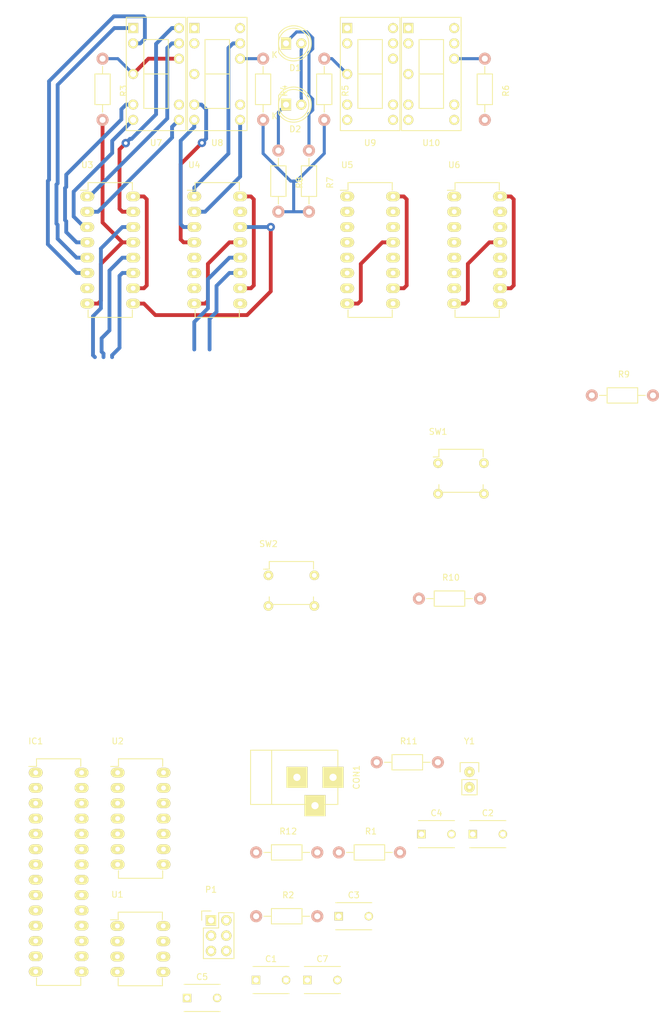
<source format=kicad_pcb>
(kicad_pcb (version 4) (host pcbnew "(2015-12-07 BZR 6352)-product")

  (general
    (links 129)
    (no_connects 129)
    (area 0 0 0 0)
    (thickness 1.6)
    (drawings 0)
    (tracks 197)
    (zones 0)
    (modules 36)
    (nets 85)
  )

  (page A4)
  (layers
    (0 F.Cu signal)
    (31 B.Cu signal)
    (32 B.Adhes user)
    (33 F.Adhes user)
    (34 B.Paste user)
    (35 F.Paste user)
    (36 B.SilkS user)
    (37 F.SilkS user)
    (38 B.Mask user)
    (39 F.Mask user)
    (40 Dwgs.User user)
    (41 Cmts.User user)
    (42 Eco1.User user)
    (43 Eco2.User user)
    (44 Edge.Cuts user)
    (45 Margin user)
    (46 B.CrtYd user)
    (47 F.CrtYd user)
    (48 B.Fab user)
    (49 F.Fab user)
  )

  (setup
    (last_trace_width 0.635)
    (user_trace_width 0.381)
    (user_trace_width 0.508)
    (user_trace_width 0.635)
    (user_trace_width 1.27)
    (trace_clearance 0.79375)
    (zone_clearance 0.762)
    (zone_45_only yes)
    (trace_min 0.007874)
    (segment_width 0.2)
    (edge_width 0.15)
    (via_size 1.4)
    (via_drill 0.6)
    (via_min_size 0.015748)
    (via_min_drill 0.3)
    (uvia_size 0.3)
    (uvia_drill 0.1)
    (uvias_allowed no)
    (uvia_min_size 0)
    (uvia_min_drill 0)
    (pcb_text_width 0.3)
    (pcb_text_size 1.5 1.5)
    (mod_edge_width 0.15)
    (mod_text_size 1 1)
    (mod_text_width 0.15)
    (pad_size 3.50012 3.50012)
    (pad_drill 1.2)
    (pad_to_mask_clearance 0.2)
    (aux_axis_origin 0 0)
    (grid_origin 129.54 119.38)
    (visible_elements FFFFFF7F)
    (pcbplotparams
      (layerselection 0x01000_80000000)
      (usegerberextensions false)
      (excludeedgelayer true)
      (linewidth 0.100000)
      (plotframeref false)
      (viasonmask false)
      (mode 1)
      (useauxorigin false)
      (hpglpennumber 1)
      (hpglpenspeed 20)
      (hpglpendiameter 15)
      (hpglpenoverlay 2)
      (psnegative false)
      (psa4output false)
      (plotreference true)
      (plotvalue true)
      (plotinvisibletext false)
      (padsonsilk false)
      (subtractmaskfromsilk false)
      (outputformat 1)
      (mirror false)
      (drillshape 0)
      (scaleselection 1)
      (outputdirectory ""))
  )

  (net 0 "")
  (net 1 GND)
  (net 2 Latch)
  (net 3 SER)
  (net 4 Clock)
  (net 5 +5V)
  (net 6 "Net-(D1-Pad1)")
  (net 7 "Net-(D2-Pad1)")
  (net 8 "Net-(R3-Pad1)")
  (net 9 "Net-(R4-Pad1)")
  (net 10 "Net-(R5-Pad1)")
  (net 11 "Net-(R6-Pad1)")
  (net 12 "Net-(U3-Pad1)")
  (net 13 "Net-(U3-Pad2)")
  (net 14 "Net-(U3-Pad3)")
  (net 15 "Net-(U3-Pad4)")
  (net 16 "Net-(U3-Pad5)")
  (net 17 "Net-(U3-Pad6)")
  (net 18 "Net-(U3-Pad9)")
  (net 19 "Net-(U3-Pad15)")
  (net 20 "Net-(U4-Pad1)")
  (net 21 "Net-(U4-Pad2)")
  (net 22 "Net-(U4-Pad3)")
  (net 23 "Net-(U4-Pad4)")
  (net 24 "Net-(U4-Pad5)")
  (net 25 "Net-(U4-Pad6)")
  (net 26 "Net-(U4-Pad9)")
  (net 27 "Net-(U4-Pad15)")
  (net 28 "Net-(U5-Pad1)")
  (net 29 "Net-(U5-Pad2)")
  (net 30 "Net-(U5-Pad3)")
  (net 31 "Net-(U5-Pad4)")
  (net 32 "Net-(U5-Pad5)")
  (net 33 "Net-(U5-Pad6)")
  (net 34 "Net-(U5-Pad9)")
  (net 35 "Net-(U5-Pad15)")
  (net 36 "Net-(U10-Pad13)")
  (net 37 "Net-(U10-Pad8)")
  (net 38 "Net-(U10-Pad7)")
  (net 39 "Net-(U10-Pad6)")
  (net 40 "Net-(U10-Pad1)")
  (net 41 "Net-(U10-Pad2)")
  (net 42 "Net-(U10-Pad14)")
  (net 43 "Net-(C1-Pad1)")
  (net 44 "Net-(C2-Pad1)")
  (net 45 "Net-(IC1-Pad1)")
  (net 46 "Net-(IC1-Pad2)")
  (net 47 "Net-(IC1-Pad3)")
  (net 48 "Net-(IC1-Pad9)")
  (net 49 "Net-(IC1-Pad10)")
  (net 50 "Net-(IC1-Pad11)")
  (net 51 "Net-(IC1-Pad12)")
  (net 52 "Net-(IC1-Pad13)")
  (net 53 "Net-(IC1-Pad14)")
  (net 54 "Net-(IC1-Pad15)")
  (net 55 "Net-(IC1-Pad16)")
  (net 56 "Net-(IC1-Pad17)")
  (net 57 "Net-(IC1-Pad18)")
  (net 58 "Net-(IC1-Pad19)")
  (net 59 "Net-(IC1-Pad23)")
  (net 60 "Net-(IC1-Pad24)")
  (net 61 "Net-(IC1-Pad25)")
  (net 62 "Net-(IC1-Pad26)")
  (net 63 "Net-(IC1-Pad27)")
  (net 64 "Net-(IC1-Pad28)")
  (net 65 MinuteButton)
  (net 66 HourButton)
  (net 67 "Net-(U1-Pad1)")
  (net 68 "Net-(U1-Pad2)")
  (net 69 "Net-(U1-Pad7)")
  (net 70 "Net-(U2-Pad13)")
  (net 71 "Net-(U2-Pad11)")
  (net 72 "Net-(U2-Pad5)")
  (net 73 "Net-(U2-Pad6)")
  (net 74 "Net-(U2-Pad8)")
  (net 75 "Net-(U2-Pad9)")
  (net 76 "Net-(U3-Pad7)")
  (net 77 "Net-(U4-Pad7)")
  (net 78 "Net-(U5-Pad7)")
  (net 79 "Net-(U6-Pad7)")
  (net 80 "Net-(U6-Pad9)")
  (net 81 "Net-(U7-Pad9)")
  (net 82 "Net-(U8-Pad9)")
  (net 83 "Net-(U9-Pad9)")
  (net 84 "Net-(U10-Pad9)")

  (net_class Default "This is the default net class."
    (clearance 0.79375)
    (trace_width 0.254)
    (via_dia 1.4)
    (via_drill 0.6)
    (uvia_dia 0.3)
    (uvia_drill 0.1)
    (add_net +5V)
    (add_net Clock)
    (add_net GND)
    (add_net HourButton)
    (add_net Latch)
    (add_net MinuteButton)
    (add_net "Net-(C1-Pad1)")
    (add_net "Net-(C2-Pad1)")
    (add_net "Net-(D1-Pad1)")
    (add_net "Net-(D2-Pad1)")
    (add_net "Net-(IC1-Pad1)")
    (add_net "Net-(IC1-Pad10)")
    (add_net "Net-(IC1-Pad11)")
    (add_net "Net-(IC1-Pad12)")
    (add_net "Net-(IC1-Pad13)")
    (add_net "Net-(IC1-Pad14)")
    (add_net "Net-(IC1-Pad15)")
    (add_net "Net-(IC1-Pad16)")
    (add_net "Net-(IC1-Pad17)")
    (add_net "Net-(IC1-Pad18)")
    (add_net "Net-(IC1-Pad19)")
    (add_net "Net-(IC1-Pad2)")
    (add_net "Net-(IC1-Pad23)")
    (add_net "Net-(IC1-Pad24)")
    (add_net "Net-(IC1-Pad25)")
    (add_net "Net-(IC1-Pad26)")
    (add_net "Net-(IC1-Pad27)")
    (add_net "Net-(IC1-Pad28)")
    (add_net "Net-(IC1-Pad3)")
    (add_net "Net-(IC1-Pad9)")
    (add_net "Net-(R3-Pad1)")
    (add_net "Net-(R4-Pad1)")
    (add_net "Net-(R5-Pad1)")
    (add_net "Net-(R6-Pad1)")
    (add_net "Net-(U1-Pad1)")
    (add_net "Net-(U1-Pad2)")
    (add_net "Net-(U1-Pad7)")
    (add_net "Net-(U10-Pad1)")
    (add_net "Net-(U10-Pad13)")
    (add_net "Net-(U10-Pad14)")
    (add_net "Net-(U10-Pad2)")
    (add_net "Net-(U10-Pad6)")
    (add_net "Net-(U10-Pad7)")
    (add_net "Net-(U10-Pad8)")
    (add_net "Net-(U10-Pad9)")
    (add_net "Net-(U2-Pad11)")
    (add_net "Net-(U2-Pad13)")
    (add_net "Net-(U2-Pad5)")
    (add_net "Net-(U2-Pad6)")
    (add_net "Net-(U2-Pad8)")
    (add_net "Net-(U2-Pad9)")
    (add_net "Net-(U3-Pad1)")
    (add_net "Net-(U3-Pad15)")
    (add_net "Net-(U3-Pad2)")
    (add_net "Net-(U3-Pad3)")
    (add_net "Net-(U3-Pad4)")
    (add_net "Net-(U3-Pad5)")
    (add_net "Net-(U3-Pad6)")
    (add_net "Net-(U3-Pad7)")
    (add_net "Net-(U3-Pad9)")
    (add_net "Net-(U4-Pad1)")
    (add_net "Net-(U4-Pad15)")
    (add_net "Net-(U4-Pad2)")
    (add_net "Net-(U4-Pad3)")
    (add_net "Net-(U4-Pad4)")
    (add_net "Net-(U4-Pad5)")
    (add_net "Net-(U4-Pad6)")
    (add_net "Net-(U4-Pad7)")
    (add_net "Net-(U4-Pad9)")
    (add_net "Net-(U5-Pad1)")
    (add_net "Net-(U5-Pad15)")
    (add_net "Net-(U5-Pad2)")
    (add_net "Net-(U5-Pad3)")
    (add_net "Net-(U5-Pad4)")
    (add_net "Net-(U5-Pad5)")
    (add_net "Net-(U5-Pad6)")
    (add_net "Net-(U5-Pad7)")
    (add_net "Net-(U5-Pad9)")
    (add_net "Net-(U6-Pad7)")
    (add_net "Net-(U6-Pad9)")
    (add_net "Net-(U7-Pad9)")
    (add_net "Net-(U8-Pad9)")
    (add_net "Net-(U9-Pad9)")
    (add_net SER)
  )

  (module Capacitors_ThroughHole:C_Disc_D6_P5 (layer F.Cu) (tedit 0) (tstamp 56C92A73)
    (at 137.248751 198.61875)
    (descr "Capacitor 6mm Disc, Pitch 5mm")
    (tags Capacitor)
    (path /562C30E3)
    (fp_text reference C1 (at 2.5 -3.5) (layer F.SilkS)
      (effects (font (size 1 1) (thickness 0.15)))
    )
    (fp_text value .47u (at 2.5 3.5) (layer F.Fab)
      (effects (font (size 1 1) (thickness 0.15)))
    )
    (fp_line (start -0.95 -2.5) (end 5.95 -2.5) (layer F.CrtYd) (width 0.05))
    (fp_line (start 5.95 -2.5) (end 5.95 2.5) (layer F.CrtYd) (width 0.05))
    (fp_line (start 5.95 2.5) (end -0.95 2.5) (layer F.CrtYd) (width 0.05))
    (fp_line (start -0.95 2.5) (end -0.95 -2.5) (layer F.CrtYd) (width 0.05))
    (fp_line (start -0.5 -2.25) (end 5.5 -2.25) (layer F.SilkS) (width 0.15))
    (fp_line (start 5.5 2.25) (end -0.5 2.25) (layer F.SilkS) (width 0.15))
    (pad 1 thru_hole rect (at 0 0) (size 1.4 1.4) (drill 0.9) (layers *.Cu *.Mask F.SilkS)
      (net 43 "Net-(C1-Pad1)"))
    (pad 2 thru_hole circle (at 5 0) (size 1.4 1.4) (drill 0.9) (layers *.Cu *.Mask F.SilkS)
      (net 1 GND))
    (model Capacitors_ThroughHole.3dshapes/C_Disc_D6_P5.wrl
      (at (xyz 0.0984252 0 0))
      (scale (xyz 1 1 1))
      (rotate (xyz 0 0 0))
    )
  )

  (module Capacitors_ThroughHole:C_Disc_D6_P5 (layer F.Cu) (tedit 0) (tstamp 56C92A7F)
    (at 173.258751 174.40875)
    (descr "Capacitor 6mm Disc, Pitch 5mm")
    (tags Capacitor)
    (path /562C315C)
    (fp_text reference C2 (at 2.5 -3.5) (layer F.SilkS)
      (effects (font (size 1 1) (thickness 0.15)))
    )
    (fp_text value .47u (at 2.5 3.5) (layer F.Fab)
      (effects (font (size 1 1) (thickness 0.15)))
    )
    (fp_line (start -0.95 -2.5) (end 5.95 -2.5) (layer F.CrtYd) (width 0.05))
    (fp_line (start 5.95 -2.5) (end 5.95 2.5) (layer F.CrtYd) (width 0.05))
    (fp_line (start 5.95 2.5) (end -0.95 2.5) (layer F.CrtYd) (width 0.05))
    (fp_line (start -0.95 2.5) (end -0.95 -2.5) (layer F.CrtYd) (width 0.05))
    (fp_line (start -0.5 -2.25) (end 5.5 -2.25) (layer F.SilkS) (width 0.15))
    (fp_line (start 5.5 2.25) (end -0.5 2.25) (layer F.SilkS) (width 0.15))
    (pad 1 thru_hole rect (at 0 0) (size 1.4 1.4) (drill 0.9) (layers *.Cu *.Mask F.SilkS)
      (net 44 "Net-(C2-Pad1)"))
    (pad 2 thru_hole circle (at 5 0) (size 1.4 1.4) (drill 0.9) (layers *.Cu *.Mask F.SilkS)
      (net 1 GND))
    (model Capacitors_ThroughHole.3dshapes/C_Disc_D6_P5.wrl
      (at (xyz 0.0984252 0 0))
      (scale (xyz 1 1 1))
      (rotate (xyz 0 0 0))
    )
  )

  (module Capacitors_ThroughHole:C_Disc_D6_P5 (layer F.Cu) (tedit 0) (tstamp 56C92A8B)
    (at 150.988751 188.02875)
    (descr "Capacitor 6mm Disc, Pitch 5mm")
    (tags Capacitor)
    (path /562C65EB)
    (fp_text reference C3 (at 2.5 -3.5) (layer F.SilkS)
      (effects (font (size 1 1) (thickness 0.15)))
    )
    (fp_text value .1u (at 2.5 3.5) (layer F.Fab)
      (effects (font (size 1 1) (thickness 0.15)))
    )
    (fp_line (start -0.95 -2.5) (end 5.95 -2.5) (layer F.CrtYd) (width 0.05))
    (fp_line (start 5.95 -2.5) (end 5.95 2.5) (layer F.CrtYd) (width 0.05))
    (fp_line (start 5.95 2.5) (end -0.95 2.5) (layer F.CrtYd) (width 0.05))
    (fp_line (start -0.95 2.5) (end -0.95 -2.5) (layer F.CrtYd) (width 0.05))
    (fp_line (start -0.5 -2.25) (end 5.5 -2.25) (layer F.SilkS) (width 0.15))
    (fp_line (start 5.5 2.25) (end -0.5 2.25) (layer F.SilkS) (width 0.15))
    (pad 1 thru_hole rect (at 0 0) (size 1.4 1.4) (drill 0.9) (layers *.Cu *.Mask F.SilkS)
      (net 5 +5V))
    (pad 2 thru_hole circle (at 5 0) (size 1.4 1.4) (drill 0.9) (layers *.Cu *.Mask F.SilkS)
      (net 1 GND))
    (model Capacitors_ThroughHole.3dshapes/C_Disc_D6_P5.wrl
      (at (xyz 0.0984252 0 0))
      (scale (xyz 1 1 1))
      (rotate (xyz 0 0 0))
    )
  )

  (module Capacitors_ThroughHole:C_Disc_D6_P5 (layer F.Cu) (tedit 0) (tstamp 56C92A97)
    (at 164.728751 174.40875)
    (descr "Capacitor 6mm Disc, Pitch 5mm")
    (tags Capacitor)
    (path /562C5DF6)
    (fp_text reference C4 (at 2.5 -3.5) (layer F.SilkS)
      (effects (font (size 1 1) (thickness 0.15)))
    )
    (fp_text value .1u (at 2.5 3.5) (layer F.Fab)
      (effects (font (size 1 1) (thickness 0.15)))
    )
    (fp_line (start -0.95 -2.5) (end 5.95 -2.5) (layer F.CrtYd) (width 0.05))
    (fp_line (start 5.95 -2.5) (end 5.95 2.5) (layer F.CrtYd) (width 0.05))
    (fp_line (start 5.95 2.5) (end -0.95 2.5) (layer F.CrtYd) (width 0.05))
    (fp_line (start -0.95 2.5) (end -0.95 -2.5) (layer F.CrtYd) (width 0.05))
    (fp_line (start -0.5 -2.25) (end 5.5 -2.25) (layer F.SilkS) (width 0.15))
    (fp_line (start 5.5 2.25) (end -0.5 2.25) (layer F.SilkS) (width 0.15))
    (pad 1 thru_hole rect (at 0 0) (size 1.4 1.4) (drill 0.9) (layers *.Cu *.Mask F.SilkS)
      (net 5 +5V))
    (pad 2 thru_hole circle (at 5 0) (size 1.4 1.4) (drill 0.9) (layers *.Cu *.Mask F.SilkS)
      (net 1 GND))
    (model Capacitors_ThroughHole.3dshapes/C_Disc_D6_P5.wrl
      (at (xyz 0.0984252 0 0))
      (scale (xyz 1 1 1))
      (rotate (xyz 0 0 0))
    )
  )

  (module Capacitors_ThroughHole:C_Disc_D6_P5 (layer F.Cu) (tedit 0) (tstamp 56C92AA3)
    (at 125.798751 201.58875)
    (descr "Capacitor 6mm Disc, Pitch 5mm")
    (tags Capacitor)
    (path /5645FD2C)
    (fp_text reference C5 (at 2.5 -3.5) (layer F.SilkS)
      (effects (font (size 1 1) (thickness 0.15)))
    )
    (fp_text value u1 (at 2.5 3.5) (layer F.Fab)
      (effects (font (size 1 1) (thickness 0.15)))
    )
    (fp_line (start -0.95 -2.5) (end 5.95 -2.5) (layer F.CrtYd) (width 0.05))
    (fp_line (start 5.95 -2.5) (end 5.95 2.5) (layer F.CrtYd) (width 0.05))
    (fp_line (start 5.95 2.5) (end -0.95 2.5) (layer F.CrtYd) (width 0.05))
    (fp_line (start -0.95 2.5) (end -0.95 -2.5) (layer F.CrtYd) (width 0.05))
    (fp_line (start -0.5 -2.25) (end 5.5 -2.25) (layer F.SilkS) (width 0.15))
    (fp_line (start 5.5 2.25) (end -0.5 2.25) (layer F.SilkS) (width 0.15))
    (pad 1 thru_hole rect (at 0 0) (size 1.4 1.4) (drill 0.9) (layers *.Cu *.Mask F.SilkS)
      (net 5 +5V))
    (pad 2 thru_hole circle (at 5 0) (size 1.4 1.4) (drill 0.9) (layers *.Cu *.Mask F.SilkS)
      (net 1 GND))
    (model Capacitors_ThroughHole.3dshapes/C_Disc_D6_P5.wrl
      (at (xyz 0.0984252 0 0))
      (scale (xyz 1 1 1))
      (rotate (xyz 0 0 0))
    )
  )

  (module Capacitors_ThroughHole:C_Disc_D6_P5 (layer F.Cu) (tedit 0) (tstamp 56C92AAF)
    (at 145.778751 198.61875)
    (descr "Capacitor 6mm Disc, Pitch 5mm")
    (tags Capacitor)
    (path /562C6912)
    (fp_text reference C7 (at 2.5 -3.5) (layer F.SilkS)
      (effects (font (size 1 1) (thickness 0.15)))
    )
    (fp_text value .1u (at 2.5 3.5) (layer F.Fab)
      (effects (font (size 1 1) (thickness 0.15)))
    )
    (fp_line (start -0.95 -2.5) (end 5.95 -2.5) (layer F.CrtYd) (width 0.05))
    (fp_line (start 5.95 -2.5) (end 5.95 2.5) (layer F.CrtYd) (width 0.05))
    (fp_line (start 5.95 2.5) (end -0.95 2.5) (layer F.CrtYd) (width 0.05))
    (fp_line (start -0.95 2.5) (end -0.95 -2.5) (layer F.CrtYd) (width 0.05))
    (fp_line (start -0.5 -2.25) (end 5.5 -2.25) (layer F.SilkS) (width 0.15))
    (fp_line (start 5.5 2.25) (end -0.5 2.25) (layer F.SilkS) (width 0.15))
    (pad 1 thru_hole rect (at 0 0) (size 1.4 1.4) (drill 0.9) (layers *.Cu *.Mask F.SilkS)
      (net 5 +5V))
    (pad 2 thru_hole circle (at 5 0) (size 1.4 1.4) (drill 0.9) (layers *.Cu *.Mask F.SilkS)
      (net 1 GND))
    (model Capacitors_ThroughHole.3dshapes/C_Disc_D6_P5.wrl
      (at (xyz 0.0984252 0 0))
      (scale (xyz 1 1 1))
      (rotate (xyz 0 0 0))
    )
  )

  (module Connect:BARREL_JACK (layer F.Cu) (tedit 56C9293B) (tstamp 56C92ABB)
    (at 143.849371 164.97823)
    (descr "DC Barrel Jack")
    (tags "Power Jack")
    (path /5645F0EB)
    (fp_text reference CON1 (at 10.09904 0 90) (layer F.SilkS)
      (effects (font (size 1 1) (thickness 0.15)))
    )
    (fp_text value BARREL_JACK (at 0 -5.99948) (layer F.Fab)
      (effects (font (size 1 1) (thickness 0.15)))
    )
    (fp_line (start -4.0005 -4.50088) (end -4.0005 4.50088) (layer F.SilkS) (width 0.15))
    (fp_line (start -7.50062 -4.50088) (end -7.50062 4.50088) (layer F.SilkS) (width 0.15))
    (fp_line (start -7.50062 4.50088) (end 7.00024 4.50088) (layer F.SilkS) (width 0.15))
    (fp_line (start 7.00024 4.50088) (end 7.00024 -4.50088) (layer F.SilkS) (width 0.15))
    (fp_line (start 7.00024 -4.50088) (end -7.50062 -4.50088) (layer F.SilkS) (width 0.15))
    (pad 1 thru_hole rect (at 6.20014 0) (size 3.50012 3.50012) (drill 1.2) (layers *.Cu *.Mask F.SilkS)
      (net 5 +5V))
    (pad 2 thru_hole rect (at 0.20066 0) (size 3.50012 3.50012) (drill 1.2) (layers *.Cu *.Mask F.SilkS)
      (net 1 GND))
    (pad 3 thru_hole rect (at 3.2004 4.699) (size 3.50012 3.50012) (drill 1.2) (layers *.Cu *.Mask F.SilkS)
      (net 1 GND))
  )

  (module LEDs:LED-5MM (layer F.Cu) (tedit 56C928C5) (tstamp 56C92AC7)
    (at 142.24 43.18)
    (descr "LED 5mm round vertical")
    (tags "LED 5mm round vertical")
    (path /56904BCF/56918591)
    (fp_text reference D1 (at 1.524 4.064) (layer F.SilkS)
      (effects (font (size 1 1) (thickness 0.15)))
    )
    (fp_text value LED (at 1.524 -3.937) (layer F.Fab)
      (effects (font (size 1 1) (thickness 0.15)))
    )
    (fp_line (start -1.5 -1.55) (end -1.5 1.55) (layer F.CrtYd) (width 0.05))
    (fp_arc (start 1.3 0) (end -1.5 1.55) (angle -302) (layer F.CrtYd) (width 0.05))
    (fp_arc (start 1.27 0) (end -1.23 -1.5) (angle 297.5) (layer F.SilkS) (width 0.15))
    (fp_line (start -1.23 1.5) (end -1.23 -1.5) (layer F.SilkS) (width 0.15))
    (fp_circle (center 1.27 0) (end 0.97 -2.5) (layer F.SilkS) (width 0.15))
    (fp_text user K (at -1.905 1.905) (layer F.SilkS)
      (effects (font (size 1 1) (thickness 0.15)))
    )
    (pad 1 thru_hole rect (at 0 0 90) (size 2 1.7) (drill 1) (layers *.Cu *.Mask F.SilkS)
      (net 6 "Net-(D1-Pad1)"))
    (pad 2 thru_hole circle (at 2.54 0) (size 1.7 1.7) (drill 1) (layers *.Cu *.Mask F.SilkS)
      (net 5 +5V))
    (model LEDs.3dshapes/LED-5MM.wrl
      (at (xyz 0.05 0 0))
      (scale (xyz 1 1 1))
      (rotate (xyz 0 0 90))
    )
  )

  (module LEDs:LED-5MM (layer F.Cu) (tedit 56C928B1) (tstamp 56C92AD3)
    (at 142.24 53.34)
    (descr "LED 5mm round vertical")
    (tags "LED 5mm round vertical")
    (path /56904BCF/5691865C)
    (fp_text reference D2 (at 1.524 4.064) (layer F.SilkS)
      (effects (font (size 1 1) (thickness 0.15)))
    )
    (fp_text value LED (at 1.524 -3.937) (layer F.Fab)
      (effects (font (size 1 1) (thickness 0.15)))
    )
    (fp_line (start -1.5 -1.55) (end -1.5 1.55) (layer F.CrtYd) (width 0.05))
    (fp_arc (start 1.3 0) (end -1.5 1.55) (angle -302) (layer F.CrtYd) (width 0.05))
    (fp_arc (start 1.27 0) (end -1.23 -1.5) (angle 297.5) (layer F.SilkS) (width 0.15))
    (fp_line (start -1.23 1.5) (end -1.23 -1.5) (layer F.SilkS) (width 0.15))
    (fp_circle (center 1.27 0) (end 0.97 -2.5) (layer F.SilkS) (width 0.15))
    (fp_text user K (at -1.905 1.905) (layer F.SilkS)
      (effects (font (size 1 1) (thickness 0.15)))
    )
    (pad 1 thru_hole rect (at 0 0 90) (size 2 1.7) (drill 1) (layers *.Cu *.Mask F.SilkS)
      (net 7 "Net-(D2-Pad1)"))
    (pad 2 thru_hole circle (at 2.54 0) (size 1.7 1.7) (drill 1) (layers *.Cu *.Mask F.SilkS)
      (net 5 +5V))
    (model LEDs.3dshapes/LED-5MM.wrl
      (at (xyz 0.05 0 0))
      (scale (xyz 1 1 1))
      (rotate (xyz 0 0 90))
    )
  )

  (module Housings_DIP:DIP-28_W7.62mm_LongPads (layer F.Cu) (tedit 54130A77) (tstamp 56C92AFE)
    (at 100.658274 164.19875)
    (descr "28-lead dip package, row spacing 7.62 mm (300 mils), longer pads")
    (tags "dil dip 2.54 300")
    (path /562B8421)
    (fp_text reference IC1 (at 0 -5.22) (layer F.SilkS)
      (effects (font (size 1 1) (thickness 0.15)))
    )
    (fp_text value ATMEGA328P-P (at 0 -3.72) (layer F.Fab)
      (effects (font (size 1 1) (thickness 0.15)))
    )
    (fp_line (start -1.4 -2.45) (end -1.4 35.5) (layer F.CrtYd) (width 0.05))
    (fp_line (start 9 -2.45) (end 9 35.5) (layer F.CrtYd) (width 0.05))
    (fp_line (start -1.4 -2.45) (end 9 -2.45) (layer F.CrtYd) (width 0.05))
    (fp_line (start -1.4 35.5) (end 9 35.5) (layer F.CrtYd) (width 0.05))
    (fp_line (start 0.135 -2.295) (end 0.135 -1.025) (layer F.SilkS) (width 0.15))
    (fp_line (start 7.485 -2.295) (end 7.485 -1.025) (layer F.SilkS) (width 0.15))
    (fp_line (start 7.485 35.315) (end 7.485 34.045) (layer F.SilkS) (width 0.15))
    (fp_line (start 0.135 35.315) (end 0.135 34.045) (layer F.SilkS) (width 0.15))
    (fp_line (start 0.135 -2.295) (end 7.485 -2.295) (layer F.SilkS) (width 0.15))
    (fp_line (start 0.135 35.315) (end 7.485 35.315) (layer F.SilkS) (width 0.15))
    (fp_line (start 0.135 -1.025) (end -1.15 -1.025) (layer F.SilkS) (width 0.15))
    (pad 1 thru_hole oval (at 0 0) (size 2.3 1.6) (drill 0.8) (layers *.Cu *.Mask F.SilkS)
      (net 45 "Net-(IC1-Pad1)"))
    (pad 2 thru_hole oval (at 0 2.54) (size 2.3 1.6) (drill 0.8) (layers *.Cu *.Mask F.SilkS)
      (net 46 "Net-(IC1-Pad2)"))
    (pad 3 thru_hole oval (at 0 5.08) (size 2.3 1.6) (drill 0.8) (layers *.Cu *.Mask F.SilkS)
      (net 47 "Net-(IC1-Pad3)"))
    (pad 4 thru_hole oval (at 0 7.62) (size 2.3 1.6) (drill 0.8) (layers *.Cu *.Mask F.SilkS)
      (net 4 Clock))
    (pad 5 thru_hole oval (at 0 10.16) (size 2.3 1.6) (drill 0.8) (layers *.Cu *.Mask F.SilkS)
      (net 2 Latch))
    (pad 6 thru_hole oval (at 0 12.7) (size 2.3 1.6) (drill 0.8) (layers *.Cu *.Mask F.SilkS)
      (net 3 SER))
    (pad 7 thru_hole oval (at 0 15.24) (size 2.3 1.6) (drill 0.8) (layers *.Cu *.Mask F.SilkS)
      (net 5 +5V))
    (pad 8 thru_hole oval (at 0 17.78) (size 2.3 1.6) (drill 0.8) (layers *.Cu *.Mask F.SilkS)
      (net 1 GND))
    (pad 9 thru_hole oval (at 0 20.32) (size 2.3 1.6) (drill 0.8) (layers *.Cu *.Mask F.SilkS)
      (net 48 "Net-(IC1-Pad9)"))
    (pad 10 thru_hole oval (at 0 22.86) (size 2.3 1.6) (drill 0.8) (layers *.Cu *.Mask F.SilkS)
      (net 49 "Net-(IC1-Pad10)"))
    (pad 11 thru_hole oval (at 0 25.4) (size 2.3 1.6) (drill 0.8) (layers *.Cu *.Mask F.SilkS)
      (net 50 "Net-(IC1-Pad11)"))
    (pad 12 thru_hole oval (at 0 27.94) (size 2.3 1.6) (drill 0.8) (layers *.Cu *.Mask F.SilkS)
      (net 51 "Net-(IC1-Pad12)"))
    (pad 13 thru_hole oval (at 0 30.48) (size 2.3 1.6) (drill 0.8) (layers *.Cu *.Mask F.SilkS)
      (net 52 "Net-(IC1-Pad13)"))
    (pad 14 thru_hole oval (at 0 33.02) (size 2.3 1.6) (drill 0.8) (layers *.Cu *.Mask F.SilkS)
      (net 53 "Net-(IC1-Pad14)"))
    (pad 15 thru_hole oval (at 7.62 33.02) (size 2.3 1.6) (drill 0.8) (layers *.Cu *.Mask F.SilkS)
      (net 54 "Net-(IC1-Pad15)"))
    (pad 16 thru_hole oval (at 7.62 30.48) (size 2.3 1.6) (drill 0.8) (layers *.Cu *.Mask F.SilkS)
      (net 55 "Net-(IC1-Pad16)"))
    (pad 17 thru_hole oval (at 7.62 27.94) (size 2.3 1.6) (drill 0.8) (layers *.Cu *.Mask F.SilkS)
      (net 56 "Net-(IC1-Pad17)"))
    (pad 18 thru_hole oval (at 7.62 25.4) (size 2.3 1.6) (drill 0.8) (layers *.Cu *.Mask F.SilkS)
      (net 57 "Net-(IC1-Pad18)"))
    (pad 19 thru_hole oval (at 7.62 22.86) (size 2.3 1.6) (drill 0.8) (layers *.Cu *.Mask F.SilkS)
      (net 58 "Net-(IC1-Pad19)"))
    (pad 20 thru_hole oval (at 7.62 20.32) (size 2.3 1.6) (drill 0.8) (layers *.Cu *.Mask F.SilkS)
      (net 5 +5V))
    (pad 21 thru_hole oval (at 7.62 17.78) (size 2.3 1.6) (drill 0.8) (layers *.Cu *.Mask F.SilkS)
      (net 5 +5V))
    (pad 22 thru_hole oval (at 7.62 15.24) (size 2.3 1.6) (drill 0.8) (layers *.Cu *.Mask F.SilkS)
      (net 1 GND))
    (pad 23 thru_hole oval (at 7.62 12.7) (size 2.3 1.6) (drill 0.8) (layers *.Cu *.Mask F.SilkS)
      (net 59 "Net-(IC1-Pad23)"))
    (pad 24 thru_hole oval (at 7.62 10.16) (size 2.3 1.6) (drill 0.8) (layers *.Cu *.Mask F.SilkS)
      (net 60 "Net-(IC1-Pad24)"))
    (pad 25 thru_hole oval (at 7.62 7.62) (size 2.3 1.6) (drill 0.8) (layers *.Cu *.Mask F.SilkS)
      (net 61 "Net-(IC1-Pad25)"))
    (pad 26 thru_hole oval (at 7.62 5.08) (size 2.3 1.6) (drill 0.8) (layers *.Cu *.Mask F.SilkS)
      (net 62 "Net-(IC1-Pad26)"))
    (pad 27 thru_hole oval (at 7.62 2.54) (size 2.3 1.6) (drill 0.8) (layers *.Cu *.Mask F.SilkS)
      (net 63 "Net-(IC1-Pad27)"))
    (pad 28 thru_hole oval (at 7.62 0) (size 2.3 1.6) (drill 0.8) (layers *.Cu *.Mask F.SilkS)
      (net 64 "Net-(IC1-Pad28)"))
    (model Housings_DIP.3dshapes/DIP-28_W7.62mm_LongPads.wrl
      (at (xyz 0 0 0))
      (scale (xyz 1 1 1))
      (rotate (xyz 0 0 0))
    )
  )

  (module Pin_Headers:Pin_Header_Straight_2x03 (layer F.Cu) (tedit 54EA0A4B) (tstamp 56C92B15)
    (at 129.782083 188.70875)
    (descr "Through hole pin header")
    (tags "pin header")
    (path /562B91BA)
    (fp_text reference P1 (at 0 -5.1) (layer F.SilkS)
      (effects (font (size 1 1) (thickness 0.15)))
    )
    (fp_text value CONN_02X03 (at 0 -3.1) (layer F.Fab)
      (effects (font (size 1 1) (thickness 0.15)))
    )
    (fp_line (start -1.27 1.27) (end -1.27 6.35) (layer F.SilkS) (width 0.15))
    (fp_line (start -1.55 -1.55) (end 0 -1.55) (layer F.SilkS) (width 0.15))
    (fp_line (start -1.75 -1.75) (end -1.75 6.85) (layer F.CrtYd) (width 0.05))
    (fp_line (start 4.3 -1.75) (end 4.3 6.85) (layer F.CrtYd) (width 0.05))
    (fp_line (start -1.75 -1.75) (end 4.3 -1.75) (layer F.CrtYd) (width 0.05))
    (fp_line (start -1.75 6.85) (end 4.3 6.85) (layer F.CrtYd) (width 0.05))
    (fp_line (start 1.27 -1.27) (end 1.27 1.27) (layer F.SilkS) (width 0.15))
    (fp_line (start 1.27 1.27) (end -1.27 1.27) (layer F.SilkS) (width 0.15))
    (fp_line (start -1.27 6.35) (end 3.81 6.35) (layer F.SilkS) (width 0.15))
    (fp_line (start 3.81 6.35) (end 3.81 1.27) (layer F.SilkS) (width 0.15))
    (fp_line (start -1.55 -1.55) (end -1.55 0) (layer F.SilkS) (width 0.15))
    (fp_line (start 3.81 -1.27) (end 1.27 -1.27) (layer F.SilkS) (width 0.15))
    (fp_line (start 3.81 1.27) (end 3.81 -1.27) (layer F.SilkS) (width 0.15))
    (pad 1 thru_hole rect (at 0 0) (size 1.7272 1.7272) (drill 1.016) (layers *.Cu *.Mask F.SilkS)
      (net 57 "Net-(IC1-Pad18)"))
    (pad 2 thru_hole oval (at 2.54 0) (size 1.7272 1.7272) (drill 1.016) (layers *.Cu *.Mask F.SilkS)
      (net 5 +5V))
    (pad 3 thru_hole oval (at 0 2.54) (size 1.7272 1.7272) (drill 1.016) (layers *.Cu *.Mask F.SilkS)
      (net 58 "Net-(IC1-Pad19)"))
    (pad 4 thru_hole oval (at 2.54 2.54) (size 1.7272 1.7272) (drill 1.016) (layers *.Cu *.Mask F.SilkS)
      (net 56 "Net-(IC1-Pad17)"))
    (pad 5 thru_hole oval (at 0 5.08) (size 1.7272 1.7272) (drill 1.016) (layers *.Cu *.Mask F.SilkS)
      (net 45 "Net-(IC1-Pad1)"))
    (pad 6 thru_hole oval (at 2.54 5.08) (size 1.7272 1.7272) (drill 1.016) (layers *.Cu *.Mask F.SilkS)
      (net 1 GND))
    (model Pin_Headers.3dshapes/Pin_Header_Straight_2x03.wrl
      (at (xyz 0.05 -0.1 0))
      (scale (xyz 1 1 1))
      (rotate (xyz 0 0 90))
    )
  )

  (module Resistors_ThroughHole:Resistor_Horizontal_RM10mm (layer F.Cu) (tedit 53F56209) (tstamp 56C92B4D)
    (at 156.09324 177.43887)
    (descr "Resistor, Axial,  RM 10mm, 1/3W,")
    (tags "Resistor, Axial, RM 10mm, 1/3W,")
    (path /562C2F69)
    (fp_text reference R1 (at 0.24892 -3.50012) (layer F.SilkS)
      (effects (font (size 1 1) (thickness 0.15)))
    )
    (fp_text value 1k2 (at 3.81 3.81) (layer F.Fab)
      (effects (font (size 1 1) (thickness 0.15)))
    )
    (fp_line (start -2.54 -1.27) (end 2.54 -1.27) (layer F.SilkS) (width 0.15))
    (fp_line (start 2.54 -1.27) (end 2.54 1.27) (layer F.SilkS) (width 0.15))
    (fp_line (start 2.54 1.27) (end -2.54 1.27) (layer F.SilkS) (width 0.15))
    (fp_line (start -2.54 1.27) (end -2.54 -1.27) (layer F.SilkS) (width 0.15))
    (fp_line (start -2.54 0) (end -3.81 0) (layer F.SilkS) (width 0.15))
    (fp_line (start 2.54 0) (end 3.81 0) (layer F.SilkS) (width 0.15))
    (pad 1 thru_hole circle (at -5.08 0) (size 1.99898 1.99898) (drill 1.00076) (layers *.Cu *.SilkS *.Mask)
      (net 43 "Net-(C1-Pad1)"))
    (pad 2 thru_hole circle (at 5.08 0) (size 1.99898 1.99898) (drill 1.00076) (layers *.Cu *.SilkS *.Mask)
      (net 65 MinuteButton))
    (model Resistors_ThroughHole.3dshapes/Resistor_Horizontal_RM10mm.wrl
      (at (xyz 0 0 0))
      (scale (xyz 0.4 0.4 0.4))
      (rotate (xyz 0 0 0))
    )
  )

  (module Resistors_ThroughHole:Resistor_Horizontal_RM10mm (layer F.Cu) (tedit 53F56209) (tstamp 56C92B59)
    (at 142.35324 188.02887)
    (descr "Resistor, Axial,  RM 10mm, 1/3W,")
    (tags "Resistor, Axial, RM 10mm, 1/3W,")
    (path /562C2FEC)
    (fp_text reference R2 (at 0.24892 -3.50012) (layer F.SilkS)
      (effects (font (size 1 1) (thickness 0.15)))
    )
    (fp_text value 1k2 (at 3.81 3.81) (layer F.Fab)
      (effects (font (size 1 1) (thickness 0.15)))
    )
    (fp_line (start -2.54 -1.27) (end 2.54 -1.27) (layer F.SilkS) (width 0.15))
    (fp_line (start 2.54 -1.27) (end 2.54 1.27) (layer F.SilkS) (width 0.15))
    (fp_line (start 2.54 1.27) (end -2.54 1.27) (layer F.SilkS) (width 0.15))
    (fp_line (start -2.54 1.27) (end -2.54 -1.27) (layer F.SilkS) (width 0.15))
    (fp_line (start -2.54 0) (end -3.81 0) (layer F.SilkS) (width 0.15))
    (fp_line (start 2.54 0) (end 3.81 0) (layer F.SilkS) (width 0.15))
    (pad 1 thru_hole circle (at -5.08 0) (size 1.99898 1.99898) (drill 1.00076) (layers *.Cu *.SilkS *.Mask)
      (net 44 "Net-(C2-Pad1)"))
    (pad 2 thru_hole circle (at 5.08 0) (size 1.99898 1.99898) (drill 1.00076) (layers *.Cu *.SilkS *.Mask)
      (net 66 HourButton))
    (model Resistors_ThroughHole.3dshapes/Resistor_Horizontal_RM10mm.wrl
      (at (xyz 0 0 0))
      (scale (xyz 0.4 0.4 0.4))
      (rotate (xyz 0 0 0))
    )
  )

  (module Resistors_ThroughHole:Resistor_Horizontal_RM10mm (layer F.Cu) (tedit 53F56209) (tstamp 56C92B65)
    (at 111.76 50.8 270)
    (descr "Resistor, Axial,  RM 10mm, 1/3W,")
    (tags "Resistor, Axial, RM 10mm, 1/3W,")
    (path /56904BCF/5691681B)
    (fp_text reference R3 (at 0.24892 -3.50012 270) (layer F.SilkS)
      (effects (font (size 1 1) (thickness 0.15)))
    )
    (fp_text value 1K (at 3.81 3.81 270) (layer F.Fab)
      (effects (font (size 1 1) (thickness 0.15)))
    )
    (fp_line (start -2.54 -1.27) (end 2.54 -1.27) (layer F.SilkS) (width 0.15))
    (fp_line (start 2.54 -1.27) (end 2.54 1.27) (layer F.SilkS) (width 0.15))
    (fp_line (start 2.54 1.27) (end -2.54 1.27) (layer F.SilkS) (width 0.15))
    (fp_line (start -2.54 1.27) (end -2.54 -1.27) (layer F.SilkS) (width 0.15))
    (fp_line (start -2.54 0) (end -3.81 0) (layer F.SilkS) (width 0.15))
    (fp_line (start 2.54 0) (end 3.81 0) (layer F.SilkS) (width 0.15))
    (pad 1 thru_hole circle (at -5.08 0 270) (size 1.99898 1.99898) (drill 1.00076) (layers *.Cu *.SilkS *.Mask)
      (net 8 "Net-(R3-Pad1)"))
    (pad 2 thru_hole circle (at 5.08 0 270) (size 1.99898 1.99898) (drill 1.00076) (layers *.Cu *.SilkS *.Mask)
      (net 1 GND))
    (model Resistors_ThroughHole.3dshapes/Resistor_Horizontal_RM10mm.wrl
      (at (xyz 0 0 0))
      (scale (xyz 0.4 0.4 0.4))
      (rotate (xyz 0 0 0))
    )
  )

  (module Resistors_ThroughHole:Resistor_Horizontal_RM10mm (layer F.Cu) (tedit 53F56209) (tstamp 56C92B71)
    (at 138.43 50.8 270)
    (descr "Resistor, Axial,  RM 10mm, 1/3W,")
    (tags "Resistor, Axial, RM 10mm, 1/3W,")
    (path /56904BCF/56916CE1)
    (fp_text reference R4 (at 0.24892 -3.50012 270) (layer F.SilkS)
      (effects (font (size 1 1) (thickness 0.15)))
    )
    (fp_text value 1K (at 3.81 3.81 270) (layer F.Fab)
      (effects (font (size 1 1) (thickness 0.15)))
    )
    (fp_line (start -2.54 -1.27) (end 2.54 -1.27) (layer F.SilkS) (width 0.15))
    (fp_line (start 2.54 -1.27) (end 2.54 1.27) (layer F.SilkS) (width 0.15))
    (fp_line (start 2.54 1.27) (end -2.54 1.27) (layer F.SilkS) (width 0.15))
    (fp_line (start -2.54 1.27) (end -2.54 -1.27) (layer F.SilkS) (width 0.15))
    (fp_line (start -2.54 0) (end -3.81 0) (layer F.SilkS) (width 0.15))
    (fp_line (start 2.54 0) (end 3.81 0) (layer F.SilkS) (width 0.15))
    (pad 1 thru_hole circle (at -5.08 0 270) (size 1.99898 1.99898) (drill 1.00076) (layers *.Cu *.SilkS *.Mask)
      (net 9 "Net-(R4-Pad1)"))
    (pad 2 thru_hole circle (at 5.08 0 270) (size 1.99898 1.99898) (drill 1.00076) (layers *.Cu *.SilkS *.Mask)
      (net 1 GND))
    (model Resistors_ThroughHole.3dshapes/Resistor_Horizontal_RM10mm.wrl
      (at (xyz 0 0 0))
      (scale (xyz 0.4 0.4 0.4))
      (rotate (xyz 0 0 0))
    )
  )

  (module Resistors_ThroughHole:Resistor_Horizontal_RM10mm (layer F.Cu) (tedit 53F56209) (tstamp 56C92B7D)
    (at 148.59 50.8 270)
    (descr "Resistor, Axial,  RM 10mm, 1/3W,")
    (tags "Resistor, Axial, RM 10mm, 1/3W,")
    (path /56904BCF/56917170)
    (fp_text reference R5 (at 0.24892 -3.50012 270) (layer F.SilkS)
      (effects (font (size 1 1) (thickness 0.15)))
    )
    (fp_text value 1K (at 3.81 3.81 270) (layer F.Fab)
      (effects (font (size 1 1) (thickness 0.15)))
    )
    (fp_line (start -2.54 -1.27) (end 2.54 -1.27) (layer F.SilkS) (width 0.15))
    (fp_line (start 2.54 -1.27) (end 2.54 1.27) (layer F.SilkS) (width 0.15))
    (fp_line (start 2.54 1.27) (end -2.54 1.27) (layer F.SilkS) (width 0.15))
    (fp_line (start -2.54 1.27) (end -2.54 -1.27) (layer F.SilkS) (width 0.15))
    (fp_line (start -2.54 0) (end -3.81 0) (layer F.SilkS) (width 0.15))
    (fp_line (start 2.54 0) (end 3.81 0) (layer F.SilkS) (width 0.15))
    (pad 1 thru_hole circle (at -5.08 0 270) (size 1.99898 1.99898) (drill 1.00076) (layers *.Cu *.SilkS *.Mask)
      (net 10 "Net-(R5-Pad1)"))
    (pad 2 thru_hole circle (at 5.08 0 270) (size 1.99898 1.99898) (drill 1.00076) (layers *.Cu *.SilkS *.Mask)
      (net 1 GND))
    (model Resistors_ThroughHole.3dshapes/Resistor_Horizontal_RM10mm.wrl
      (at (xyz 0 0 0))
      (scale (xyz 0.4 0.4 0.4))
      (rotate (xyz 0 0 0))
    )
  )

  (module Resistors_ThroughHole:Resistor_Horizontal_RM10mm (layer F.Cu) (tedit 53F56209) (tstamp 56C92B89)
    (at 175.26 50.8 270)
    (descr "Resistor, Axial,  RM 10mm, 1/3W,")
    (tags "Resistor, Axial, RM 10mm, 1/3W,")
    (path /56904BCF/5691780C)
    (fp_text reference R6 (at 0.24892 -3.50012 270) (layer F.SilkS)
      (effects (font (size 1 1) (thickness 0.15)))
    )
    (fp_text value 1K (at 3.81 3.81 270) (layer F.Fab)
      (effects (font (size 1 1) (thickness 0.15)))
    )
    (fp_line (start -2.54 -1.27) (end 2.54 -1.27) (layer F.SilkS) (width 0.15))
    (fp_line (start 2.54 -1.27) (end 2.54 1.27) (layer F.SilkS) (width 0.15))
    (fp_line (start 2.54 1.27) (end -2.54 1.27) (layer F.SilkS) (width 0.15))
    (fp_line (start -2.54 1.27) (end -2.54 -1.27) (layer F.SilkS) (width 0.15))
    (fp_line (start -2.54 0) (end -3.81 0) (layer F.SilkS) (width 0.15))
    (fp_line (start 2.54 0) (end 3.81 0) (layer F.SilkS) (width 0.15))
    (pad 1 thru_hole circle (at -5.08 0 270) (size 1.99898 1.99898) (drill 1.00076) (layers *.Cu *.SilkS *.Mask)
      (net 11 "Net-(R6-Pad1)"))
    (pad 2 thru_hole circle (at 5.08 0 270) (size 1.99898 1.99898) (drill 1.00076) (layers *.Cu *.SilkS *.Mask)
      (net 1 GND))
    (model Resistors_ThroughHole.3dshapes/Resistor_Horizontal_RM10mm.wrl
      (at (xyz 0 0 0))
      (scale (xyz 0.4 0.4 0.4))
      (rotate (xyz 0 0 0))
    )
  )

  (module Resistors_ThroughHole:Resistor_Horizontal_RM10mm (layer F.Cu) (tedit 53F56209) (tstamp 56C92B95)
    (at 146.05 66.04 270)
    (descr "Resistor, Axial,  RM 10mm, 1/3W,")
    (tags "Resistor, Axial, RM 10mm, 1/3W,")
    (path /56904BCF/569188B9)
    (fp_text reference R7 (at 0.24892 -3.50012 270) (layer F.SilkS)
      (effects (font (size 1 1) (thickness 0.15)))
    )
    (fp_text value 470R (at 3.81 3.81 270) (layer F.Fab)
      (effects (font (size 1 1) (thickness 0.15)))
    )
    (fp_line (start -2.54 -1.27) (end 2.54 -1.27) (layer F.SilkS) (width 0.15))
    (fp_line (start 2.54 -1.27) (end 2.54 1.27) (layer F.SilkS) (width 0.15))
    (fp_line (start 2.54 1.27) (end -2.54 1.27) (layer F.SilkS) (width 0.15))
    (fp_line (start -2.54 1.27) (end -2.54 -1.27) (layer F.SilkS) (width 0.15))
    (fp_line (start -2.54 0) (end -3.81 0) (layer F.SilkS) (width 0.15))
    (fp_line (start 2.54 0) (end 3.81 0) (layer F.SilkS) (width 0.15))
    (pad 1 thru_hole circle (at -5.08 0 270) (size 1.99898 1.99898) (drill 1.00076) (layers *.Cu *.SilkS *.Mask)
      (net 6 "Net-(D1-Pad1)"))
    (pad 2 thru_hole circle (at 5.08 0 270) (size 1.99898 1.99898) (drill 1.00076) (layers *.Cu *.SilkS *.Mask)
      (net 1 GND))
    (model Resistors_ThroughHole.3dshapes/Resistor_Horizontal_RM10mm.wrl
      (at (xyz 0 0 0))
      (scale (xyz 0.4 0.4 0.4))
      (rotate (xyz 0 0 0))
    )
  )

  (module Resistors_ThroughHole:Resistor_Horizontal_RM10mm (layer F.Cu) (tedit 53F56209) (tstamp 56C92BA1)
    (at 140.97 66.04 270)
    (descr "Resistor, Axial,  RM 10mm, 1/3W,")
    (tags "Resistor, Axial, RM 10mm, 1/3W,")
    (path /56904BCF/56918908)
    (fp_text reference R8 (at 0.24892 -3.50012 270) (layer F.SilkS)
      (effects (font (size 1 1) (thickness 0.15)))
    )
    (fp_text value 470R (at 3.81 3.81 270) (layer F.Fab)
      (effects (font (size 1 1) (thickness 0.15)))
    )
    (fp_line (start -2.54 -1.27) (end 2.54 -1.27) (layer F.SilkS) (width 0.15))
    (fp_line (start 2.54 -1.27) (end 2.54 1.27) (layer F.SilkS) (width 0.15))
    (fp_line (start 2.54 1.27) (end -2.54 1.27) (layer F.SilkS) (width 0.15))
    (fp_line (start -2.54 1.27) (end -2.54 -1.27) (layer F.SilkS) (width 0.15))
    (fp_line (start -2.54 0) (end -3.81 0) (layer F.SilkS) (width 0.15))
    (fp_line (start 2.54 0) (end 3.81 0) (layer F.SilkS) (width 0.15))
    (pad 1 thru_hole circle (at -5.08 0 270) (size 1.99898 1.99898) (drill 1.00076) (layers *.Cu *.SilkS *.Mask)
      (net 7 "Net-(D2-Pad1)"))
    (pad 2 thru_hole circle (at 5.08 0 270) (size 1.99898 1.99898) (drill 1.00076) (layers *.Cu *.SilkS *.Mask)
      (net 1 GND))
    (model Resistors_ThroughHole.3dshapes/Resistor_Horizontal_RM10mm.wrl
      (at (xyz 0 0 0))
      (scale (xyz 0.4 0.4 0.4))
      (rotate (xyz 0 0 0))
    )
  )

  (module Resistors_ThroughHole:Resistor_Horizontal_RM10mm (layer F.Cu) (tedit 53F56209) (tstamp 56C92BAD)
    (at 198.12 101.6)
    (descr "Resistor, Axial,  RM 10mm, 1/3W,")
    (tags "Resistor, Axial, RM 10mm, 1/3W,")
    (path /56904BCF/5691B5D1)
    (fp_text reference R9 (at 0.24892 -3.50012) (layer F.SilkS)
      (effects (font (size 1 1) (thickness 0.15)))
    )
    (fp_text value 10K (at 3.81 3.81) (layer F.Fab)
      (effects (font (size 1 1) (thickness 0.15)))
    )
    (fp_line (start -2.54 -1.27) (end 2.54 -1.27) (layer F.SilkS) (width 0.15))
    (fp_line (start 2.54 -1.27) (end 2.54 1.27) (layer F.SilkS) (width 0.15))
    (fp_line (start 2.54 1.27) (end -2.54 1.27) (layer F.SilkS) (width 0.15))
    (fp_line (start -2.54 1.27) (end -2.54 -1.27) (layer F.SilkS) (width 0.15))
    (fp_line (start -2.54 0) (end -3.81 0) (layer F.SilkS) (width 0.15))
    (fp_line (start 2.54 0) (end 3.81 0) (layer F.SilkS) (width 0.15))
    (pad 1 thru_hole circle (at -5.08 0) (size 1.99898 1.99898) (drill 1.00076) (layers *.Cu *.SilkS *.Mask)
      (net 66 HourButton))
    (pad 2 thru_hole circle (at 5.08 0) (size 1.99898 1.99898) (drill 1.00076) (layers *.Cu *.SilkS *.Mask)
      (net 1 GND))
    (model Resistors_ThroughHole.3dshapes/Resistor_Horizontal_RM10mm.wrl
      (at (xyz 0 0 0))
      (scale (xyz 0.4 0.4 0.4))
      (rotate (xyz 0 0 0))
    )
  )

  (module Resistors_ThroughHole:Resistor_Horizontal_RM10mm (layer F.Cu) (tedit 53F56209) (tstamp 56C92BB9)
    (at 169.39324 135.31887)
    (descr "Resistor, Axial,  RM 10mm, 1/3W,")
    (tags "Resistor, Axial, RM 10mm, 1/3W,")
    (path /56904BCF/5691B68E)
    (fp_text reference R10 (at 0.24892 -3.50012) (layer F.SilkS)
      (effects (font (size 1 1) (thickness 0.15)))
    )
    (fp_text value 10K (at 3.81 3.81) (layer F.Fab)
      (effects (font (size 1 1) (thickness 0.15)))
    )
    (fp_line (start -2.54 -1.27) (end 2.54 -1.27) (layer F.SilkS) (width 0.15))
    (fp_line (start 2.54 -1.27) (end 2.54 1.27) (layer F.SilkS) (width 0.15))
    (fp_line (start 2.54 1.27) (end -2.54 1.27) (layer F.SilkS) (width 0.15))
    (fp_line (start -2.54 1.27) (end -2.54 -1.27) (layer F.SilkS) (width 0.15))
    (fp_line (start -2.54 0) (end -3.81 0) (layer F.SilkS) (width 0.15))
    (fp_line (start 2.54 0) (end 3.81 0) (layer F.SilkS) (width 0.15))
    (pad 1 thru_hole circle (at -5.08 0) (size 1.99898 1.99898) (drill 1.00076) (layers *.Cu *.SilkS *.Mask)
      (net 65 MinuteButton))
    (pad 2 thru_hole circle (at 5.08 0) (size 1.99898 1.99898) (drill 1.00076) (layers *.Cu *.SilkS *.Mask)
      (net 1 GND))
    (model Resistors_ThroughHole.3dshapes/Resistor_Horizontal_RM10mm.wrl
      (at (xyz 0 0 0))
      (scale (xyz 0.4 0.4 0.4))
      (rotate (xyz 0 0 0))
    )
  )

  (module Resistors_ThroughHole:Resistor_Horizontal_RM10mm (layer F.Cu) (tedit 53F56209) (tstamp 56C92BC5)
    (at 162.38324 162.47887)
    (descr "Resistor, Axial,  RM 10mm, 1/3W,")
    (tags "Resistor, Axial, RM 10mm, 1/3W,")
    (path /5694592F)
    (fp_text reference R11 (at 0.24892 -3.50012) (layer F.SilkS)
      (effects (font (size 1 1) (thickness 0.15)))
    )
    (fp_text value 1k2 (at 3.81 3.81) (layer F.Fab)
      (effects (font (size 1 1) (thickness 0.15)))
    )
    (fp_line (start -2.54 -1.27) (end 2.54 -1.27) (layer F.SilkS) (width 0.15))
    (fp_line (start 2.54 -1.27) (end 2.54 1.27) (layer F.SilkS) (width 0.15))
    (fp_line (start 2.54 1.27) (end -2.54 1.27) (layer F.SilkS) (width 0.15))
    (fp_line (start -2.54 1.27) (end -2.54 -1.27) (layer F.SilkS) (width 0.15))
    (fp_line (start -2.54 0) (end -3.81 0) (layer F.SilkS) (width 0.15))
    (fp_line (start 2.54 0) (end 3.81 0) (layer F.SilkS) (width 0.15))
    (pad 1 thru_hole circle (at -5.08 0) (size 1.99898 1.99898) (drill 1.00076) (layers *.Cu *.SilkS *.Mask)
      (net 64 "Net-(IC1-Pad28)"))
    (pad 2 thru_hole circle (at 5.08 0) (size 1.99898 1.99898) (drill 1.00076) (layers *.Cu *.SilkS *.Mask)
      (net 5 +5V))
    (model Resistors_ThroughHole.3dshapes/Resistor_Horizontal_RM10mm.wrl
      (at (xyz 0 0 0))
      (scale (xyz 0.4 0.4 0.4))
      (rotate (xyz 0 0 0))
    )
  )

  (module Resistors_ThroughHole:Resistor_Horizontal_RM10mm (layer F.Cu) (tedit 53F56209) (tstamp 56C92BD1)
    (at 142.35324 177.43887)
    (descr "Resistor, Axial,  RM 10mm, 1/3W,")
    (tags "Resistor, Axial, RM 10mm, 1/3W,")
    (path /56945A66)
    (fp_text reference R12 (at 0.24892 -3.50012) (layer F.SilkS)
      (effects (font (size 1 1) (thickness 0.15)))
    )
    (fp_text value 1k2 (at 3.81 3.81) (layer F.Fab)
      (effects (font (size 1 1) (thickness 0.15)))
    )
    (fp_line (start -2.54 -1.27) (end 2.54 -1.27) (layer F.SilkS) (width 0.15))
    (fp_line (start 2.54 -1.27) (end 2.54 1.27) (layer F.SilkS) (width 0.15))
    (fp_line (start 2.54 1.27) (end -2.54 1.27) (layer F.SilkS) (width 0.15))
    (fp_line (start -2.54 1.27) (end -2.54 -1.27) (layer F.SilkS) (width 0.15))
    (fp_line (start -2.54 0) (end -3.81 0) (layer F.SilkS) (width 0.15))
    (fp_line (start 2.54 0) (end 3.81 0) (layer F.SilkS) (width 0.15))
    (pad 1 thru_hole circle (at -5.08 0) (size 1.99898 1.99898) (drill 1.00076) (layers *.Cu *.SilkS *.Mask)
      (net 63 "Net-(IC1-Pad27)"))
    (pad 2 thru_hole circle (at 5.08 0) (size 1.99898 1.99898) (drill 1.00076) (layers *.Cu *.SilkS *.Mask)
      (net 5 +5V))
    (model Resistors_ThroughHole.3dshapes/Resistor_Horizontal_RM10mm.wrl
      (at (xyz 0 0 0))
      (scale (xyz 0.4 0.4 0.4))
      (rotate (xyz 0 0 0))
    )
  )

  (module Footprints:PushButton (layer F.Cu) (tedit 54130A77) (tstamp 56C92BE4)
    (at 167.496846 112.83875)
    (descr "4-lead dip package, row spacing 7.62 mm (300 mils)")
    (tags "dil dip 2.54 300")
    (path /56904BCF/5691A74A)
    (fp_text reference SW1 (at 0 -5.22) (layer F.SilkS)
      (effects (font (size 1 1) (thickness 0.15)))
    )
    (fp_text value PushButton (at 0 -3.72) (layer F.Fab)
      (effects (font (size 1 1) (thickness 0.15)))
    )
    (fp_line (start -1.05 -2.45) (end -1.05 5) (layer F.CrtYd) (width 0.05))
    (fp_line (start 8.65 -2.45) (end 8.65 5) (layer F.CrtYd) (width 0.05))
    (fp_line (start -1.05 -2.45) (end 8.65 -2.45) (layer F.CrtYd) (width 0.05))
    (fp_line (start -1.05 5) (end 8.65 5) (layer F.CrtYd) (width 0.05))
    (fp_line (start 0.135 -2.295) (end 0.135 -1.025) (layer F.SilkS) (width 0.15))
    (fp_line (start 7.485 -2.295) (end 7.485 -1.025) (layer F.SilkS) (width 0.15))
    (fp_line (start 7.485 4.835) (end 7.485 3.565) (layer F.SilkS) (width 0.15))
    (fp_line (start 0.135 4.835) (end 0.135 3.565) (layer F.SilkS) (width 0.15))
    (fp_line (start 0.135 -2.295) (end 7.485 -2.295) (layer F.SilkS) (width 0.15))
    (fp_line (start 0.135 4.835) (end 7.485 4.835) (layer F.SilkS) (width 0.15))
    (fp_line (start 0.135 -1.025) (end -0.8 -1.025) (layer F.SilkS) (width 0.15))
    (pad 1 thru_hole oval (at 0 0) (size 1.6 1.6) (drill 0.8) (layers *.Cu *.Mask F.SilkS)
      (net 5 +5V))
    (pad 2 thru_hole oval (at 0 5.08) (size 1.6 1.6) (drill 0.8) (layers *.Cu *.Mask F.SilkS)
      (net 66 HourButton))
    (pad 3 thru_hole oval (at 7.62 5.08) (size 1.6 1.6) (drill 0.8) (layers *.Cu *.Mask F.SilkS)
      (net 66 HourButton))
    (pad 4 thru_hole oval (at 7.62 0) (size 1.6 1.6) (drill 0.8) (layers *.Cu *.Mask F.SilkS)
      (net 5 +5V))
    (model Housings_DIP.3dshapes/DIP-4_W7.62mm.wrl
      (at (xyz 0 0 0))
      (scale (xyz 1 1 1))
      (rotate (xyz 0 0 0))
    )
  )

  (module Footprints:PushButton (layer F.Cu) (tedit 54130A77) (tstamp 56C92BF7)
    (at 139.316846 131.45875)
    (descr "4-lead dip package, row spacing 7.62 mm (300 mils)")
    (tags "dil dip 2.54 300")
    (path /56904BCF/5691A7CD)
    (fp_text reference SW2 (at 0 -5.22) (layer F.SilkS)
      (effects (font (size 1 1) (thickness 0.15)))
    )
    (fp_text value PushButton (at 0 -3.72) (layer F.Fab)
      (effects (font (size 1 1) (thickness 0.15)))
    )
    (fp_line (start -1.05 -2.45) (end -1.05 5) (layer F.CrtYd) (width 0.05))
    (fp_line (start 8.65 -2.45) (end 8.65 5) (layer F.CrtYd) (width 0.05))
    (fp_line (start -1.05 -2.45) (end 8.65 -2.45) (layer F.CrtYd) (width 0.05))
    (fp_line (start -1.05 5) (end 8.65 5) (layer F.CrtYd) (width 0.05))
    (fp_line (start 0.135 -2.295) (end 0.135 -1.025) (layer F.SilkS) (width 0.15))
    (fp_line (start 7.485 -2.295) (end 7.485 -1.025) (layer F.SilkS) (width 0.15))
    (fp_line (start 7.485 4.835) (end 7.485 3.565) (layer F.SilkS) (width 0.15))
    (fp_line (start 0.135 4.835) (end 0.135 3.565) (layer F.SilkS) (width 0.15))
    (fp_line (start 0.135 -2.295) (end 7.485 -2.295) (layer F.SilkS) (width 0.15))
    (fp_line (start 0.135 4.835) (end 7.485 4.835) (layer F.SilkS) (width 0.15))
    (fp_line (start 0.135 -1.025) (end -0.8 -1.025) (layer F.SilkS) (width 0.15))
    (pad 1 thru_hole oval (at 0 0) (size 1.6 1.6) (drill 0.8) (layers *.Cu *.Mask F.SilkS)
      (net 5 +5V))
    (pad 2 thru_hole oval (at 0 5.08) (size 1.6 1.6) (drill 0.8) (layers *.Cu *.Mask F.SilkS)
      (net 65 MinuteButton))
    (pad 3 thru_hole oval (at 7.62 5.08) (size 1.6 1.6) (drill 0.8) (layers *.Cu *.Mask F.SilkS)
      (net 65 MinuteButton))
    (pad 4 thru_hole oval (at 7.62 0) (size 1.6 1.6) (drill 0.8) (layers *.Cu *.Mask F.SilkS)
      (net 5 +5V))
    (model Housings_DIP.3dshapes/DIP-4_W7.62mm.wrl
      (at (xyz 0 0 0))
      (scale (xyz 1 1 1))
      (rotate (xyz 0 0 0))
    )
  )

  (module Housings_DIP:DIP-8_W7.62mm_LongPads (layer F.Cu) (tedit 54130A77) (tstamp 56C92C0E)
    (at 114.219702 189.64875)
    (descr "8-lead dip package, row spacing 7.62 mm (300 mils), longer pads")
    (tags "dil dip 2.54 300")
    (path /562B849A)
    (fp_text reference U1 (at 0 -5.22) (layer F.SilkS)
      (effects (font (size 1 1) (thickness 0.15)))
    )
    (fp_text value DS1307 (at 0 -3.72) (layer F.Fab)
      (effects (font (size 1 1) (thickness 0.15)))
    )
    (fp_line (start -1.4 -2.45) (end -1.4 10.1) (layer F.CrtYd) (width 0.05))
    (fp_line (start 9 -2.45) (end 9 10.1) (layer F.CrtYd) (width 0.05))
    (fp_line (start -1.4 -2.45) (end 9 -2.45) (layer F.CrtYd) (width 0.05))
    (fp_line (start -1.4 10.1) (end 9 10.1) (layer F.CrtYd) (width 0.05))
    (fp_line (start 0.135 -2.295) (end 0.135 -1.025) (layer F.SilkS) (width 0.15))
    (fp_line (start 7.485 -2.295) (end 7.485 -1.025) (layer F.SilkS) (width 0.15))
    (fp_line (start 7.485 9.915) (end 7.485 8.645) (layer F.SilkS) (width 0.15))
    (fp_line (start 0.135 9.915) (end 0.135 8.645) (layer F.SilkS) (width 0.15))
    (fp_line (start 0.135 -2.295) (end 7.485 -2.295) (layer F.SilkS) (width 0.15))
    (fp_line (start 0.135 9.915) (end 7.485 9.915) (layer F.SilkS) (width 0.15))
    (fp_line (start 0.135 -1.025) (end -1.15 -1.025) (layer F.SilkS) (width 0.15))
    (pad 1 thru_hole oval (at 0 0) (size 2.3 1.6) (drill 0.8) (layers *.Cu *.Mask F.SilkS)
      (net 67 "Net-(U1-Pad1)"))
    (pad 2 thru_hole oval (at 0 2.54) (size 2.3 1.6) (drill 0.8) (layers *.Cu *.Mask F.SilkS)
      (net 68 "Net-(U1-Pad2)"))
    (pad 3 thru_hole oval (at 0 5.08) (size 2.3 1.6) (drill 0.8) (layers *.Cu *.Mask F.SilkS)
      (net 1 GND))
    (pad 4 thru_hole oval (at 0 7.62) (size 2.3 1.6) (drill 0.8) (layers *.Cu *.Mask F.SilkS)
      (net 1 GND))
    (pad 5 thru_hole oval (at 7.62 7.62) (size 2.3 1.6) (drill 0.8) (layers *.Cu *.Mask F.SilkS)
      (net 63 "Net-(IC1-Pad27)"))
    (pad 6 thru_hole oval (at 7.62 5.08) (size 2.3 1.6) (drill 0.8) (layers *.Cu *.Mask F.SilkS)
      (net 64 "Net-(IC1-Pad28)"))
    (pad 7 thru_hole oval (at 7.62 2.54) (size 2.3 1.6) (drill 0.8) (layers *.Cu *.Mask F.SilkS)
      (net 69 "Net-(U1-Pad7)"))
    (pad 8 thru_hole oval (at 7.62 0) (size 2.3 1.6) (drill 0.8) (layers *.Cu *.Mask F.SilkS)
      (net 5 +5V))
    (model Housings_DIP.3dshapes/DIP-8_W7.62mm_LongPads.wrl
      (at (xyz 0 0 0))
      (scale (xyz 1 1 1))
      (rotate (xyz 0 0 0))
    )
  )

  (module Housings_DIP:DIP-14_W7.62mm_LongPads (layer F.Cu) (tedit 54130A77) (tstamp 56C92C2B)
    (at 114.267321 164.19875)
    (descr "14-lead dip package, row spacing 7.62 mm (300 mils), longer pads")
    (tags "dil dip 2.54 300")
    (path /562B8511)
    (fp_text reference U2 (at 0 -5.22) (layer F.SilkS)
      (effects (font (size 1 1) (thickness 0.15)))
    )
    (fp_text value 74HC14 (at 0 -3.72) (layer F.Fab)
      (effects (font (size 1 1) (thickness 0.15)))
    )
    (fp_line (start -1.4 -2.45) (end -1.4 17.7) (layer F.CrtYd) (width 0.05))
    (fp_line (start 9 -2.45) (end 9 17.7) (layer F.CrtYd) (width 0.05))
    (fp_line (start -1.4 -2.45) (end 9 -2.45) (layer F.CrtYd) (width 0.05))
    (fp_line (start -1.4 17.7) (end 9 17.7) (layer F.CrtYd) (width 0.05))
    (fp_line (start 0.135 -2.295) (end 0.135 -1.025) (layer F.SilkS) (width 0.15))
    (fp_line (start 7.485 -2.295) (end 7.485 -1.025) (layer F.SilkS) (width 0.15))
    (fp_line (start 7.485 17.535) (end 7.485 16.265) (layer F.SilkS) (width 0.15))
    (fp_line (start 0.135 17.535) (end 0.135 16.265) (layer F.SilkS) (width 0.15))
    (fp_line (start 0.135 -2.295) (end 7.485 -2.295) (layer F.SilkS) (width 0.15))
    (fp_line (start 0.135 17.535) (end 7.485 17.535) (layer F.SilkS) (width 0.15))
    (fp_line (start 0.135 -1.025) (end -1.15 -1.025) (layer F.SilkS) (width 0.15))
    (pad 1 thru_hole oval (at 0 0) (size 2.3 1.6) (drill 0.8) (layers *.Cu *.Mask F.SilkS)
      (net 44 "Net-(C2-Pad1)"))
    (pad 2 thru_hole oval (at 0 2.54) (size 2.3 1.6) (drill 0.8) (layers *.Cu *.Mask F.SilkS)
      (net 70 "Net-(U2-Pad13)"))
    (pad 3 thru_hole oval (at 0 5.08) (size 2.3 1.6) (drill 0.8) (layers *.Cu *.Mask F.SilkS)
      (net 43 "Net-(C1-Pad1)"))
    (pad 4 thru_hole oval (at 0 7.62) (size 2.3 1.6) (drill 0.8) (layers *.Cu *.Mask F.SilkS)
      (net 71 "Net-(U2-Pad11)"))
    (pad 5 thru_hole oval (at 0 10.16) (size 2.3 1.6) (drill 0.8) (layers *.Cu *.Mask F.SilkS)
      (net 72 "Net-(U2-Pad5)"))
    (pad 6 thru_hole oval (at 0 12.7) (size 2.3 1.6) (drill 0.8) (layers *.Cu *.Mask F.SilkS)
      (net 73 "Net-(U2-Pad6)"))
    (pad 7 thru_hole oval (at 0 15.24) (size 2.3 1.6) (drill 0.8) (layers *.Cu *.Mask F.SilkS)
      (net 1 GND))
    (pad 8 thru_hole oval (at 7.62 15.24) (size 2.3 1.6) (drill 0.8) (layers *.Cu *.Mask F.SilkS)
      (net 74 "Net-(U2-Pad8)"))
    (pad 9 thru_hole oval (at 7.62 12.7) (size 2.3 1.6) (drill 0.8) (layers *.Cu *.Mask F.SilkS)
      (net 75 "Net-(U2-Pad9)"))
    (pad 10 thru_hole oval (at 7.62 10.16) (size 2.3 1.6) (drill 0.8) (layers *.Cu *.Mask F.SilkS)
      (net 54 "Net-(IC1-Pad15)"))
    (pad 11 thru_hole oval (at 7.62 7.62) (size 2.3 1.6) (drill 0.8) (layers *.Cu *.Mask F.SilkS)
      (net 71 "Net-(U2-Pad11)"))
    (pad 12 thru_hole oval (at 7.62 5.08) (size 2.3 1.6) (drill 0.8) (layers *.Cu *.Mask F.SilkS)
      (net 55 "Net-(IC1-Pad16)"))
    (pad 13 thru_hole oval (at 7.62 2.54) (size 2.3 1.6) (drill 0.8) (layers *.Cu *.Mask F.SilkS)
      (net 70 "Net-(U2-Pad13)"))
    (pad 14 thru_hole oval (at 7.62 0) (size 2.3 1.6) (drill 0.8) (layers *.Cu *.Mask F.SilkS)
      (net 5 +5V))
    (model Housings_DIP.3dshapes/DIP-14_W7.62mm_LongPads.wrl
      (at (xyz 0 0 0))
      (scale (xyz 1 1 1))
      (rotate (xyz 0 0 0))
    )
  )

  (module Housings_DIP:DIP-16_W7.62mm_LongPads (layer F.Cu) (tedit 54130A77) (tstamp 56C92C4A)
    (at 109.22 68.58)
    (descr "16-lead dip package, row spacing 7.62 mm (300 mils), longer pads")
    (tags "dil dip 2.54 300")
    (path /56904BCF/569054C1)
    (fp_text reference U3 (at 0 -5.22) (layer F.SilkS)
      (effects (font (size 1 1) (thickness 0.15)))
    )
    (fp_text value 74HC595 (at 0 -3.72) (layer F.Fab)
      (effects (font (size 1 1) (thickness 0.15)))
    )
    (fp_line (start -1.4 -2.45) (end -1.4 20.25) (layer F.CrtYd) (width 0.05))
    (fp_line (start 9 -2.45) (end 9 20.25) (layer F.CrtYd) (width 0.05))
    (fp_line (start -1.4 -2.45) (end 9 -2.45) (layer F.CrtYd) (width 0.05))
    (fp_line (start -1.4 20.25) (end 9 20.25) (layer F.CrtYd) (width 0.05))
    (fp_line (start 0.135 -2.295) (end 0.135 -1.025) (layer F.SilkS) (width 0.15))
    (fp_line (start 7.485 -2.295) (end 7.485 -1.025) (layer F.SilkS) (width 0.15))
    (fp_line (start 7.485 20.075) (end 7.485 18.805) (layer F.SilkS) (width 0.15))
    (fp_line (start 0.135 20.075) (end 0.135 18.805) (layer F.SilkS) (width 0.15))
    (fp_line (start 0.135 -2.295) (end 7.485 -2.295) (layer F.SilkS) (width 0.15))
    (fp_line (start 0.135 20.075) (end 7.485 20.075) (layer F.SilkS) (width 0.15))
    (fp_line (start 0.135 -1.025) (end -1.15 -1.025) (layer F.SilkS) (width 0.15))
    (pad 1 thru_hole oval (at 0 0) (size 2.3 1.6) (drill 0.8) (layers *.Cu *.Mask F.SilkS)
      (net 12 "Net-(U3-Pad1)"))
    (pad 2 thru_hole oval (at 0 2.54) (size 2.3 1.6) (drill 0.8) (layers *.Cu *.Mask F.SilkS)
      (net 13 "Net-(U3-Pad2)"))
    (pad 3 thru_hole oval (at 0 5.08) (size 2.3 1.6) (drill 0.8) (layers *.Cu *.Mask F.SilkS)
      (net 14 "Net-(U3-Pad3)"))
    (pad 4 thru_hole oval (at 0 7.62) (size 2.3 1.6) (drill 0.8) (layers *.Cu *.Mask F.SilkS)
      (net 15 "Net-(U3-Pad4)"))
    (pad 5 thru_hole oval (at 0 10.16) (size 2.3 1.6) (drill 0.8) (layers *.Cu *.Mask F.SilkS)
      (net 16 "Net-(U3-Pad5)"))
    (pad 6 thru_hole oval (at 0 12.7) (size 2.3 1.6) (drill 0.8) (layers *.Cu *.Mask F.SilkS)
      (net 17 "Net-(U3-Pad6)"))
    (pad 7 thru_hole oval (at 0 15.24) (size 2.3 1.6) (drill 0.8) (layers *.Cu *.Mask F.SilkS)
      (net 76 "Net-(U3-Pad7)"))
    (pad 8 thru_hole oval (at 0 17.78) (size 2.3 1.6) (drill 0.8) (layers *.Cu *.Mask F.SilkS)
      (net 1 GND))
    (pad 9 thru_hole oval (at 7.62 17.78) (size 2.3 1.6) (drill 0.8) (layers *.Cu *.Mask F.SilkS)
      (net 18 "Net-(U3-Pad9)"))
    (pad 10 thru_hole oval (at 7.62 15.24) (size 2.3 1.6) (drill 0.8) (layers *.Cu *.Mask F.SilkS)
      (net 5 +5V))
    (pad 11 thru_hole oval (at 7.62 12.7) (size 2.3 1.6) (drill 0.8) (layers *.Cu *.Mask F.SilkS)
      (net 4 Clock))
    (pad 12 thru_hole oval (at 7.62 10.16) (size 2.3 1.6) (drill 0.8) (layers *.Cu *.Mask F.SilkS)
      (net 2 Latch))
    (pad 13 thru_hole oval (at 7.62 7.62) (size 2.3 1.6) (drill 0.8) (layers *.Cu *.Mask F.SilkS)
      (net 1 GND))
    (pad 14 thru_hole oval (at 7.62 5.08) (size 2.3 1.6) (drill 0.8) (layers *.Cu *.Mask F.SilkS)
      (net 3 SER))
    (pad 15 thru_hole oval (at 7.62 2.54) (size 2.3 1.6) (drill 0.8) (layers *.Cu *.Mask F.SilkS)
      (net 19 "Net-(U3-Pad15)"))
    (pad 16 thru_hole oval (at 7.62 0) (size 2.3 1.6) (drill 0.8) (layers *.Cu *.Mask F.SilkS)
      (net 5 +5V))
    (model Housings_DIP.3dshapes/DIP-16_W7.62mm_LongPads.wrl
      (at (xyz 0 0 0))
      (scale (xyz 1 1 1))
      (rotate (xyz 0 0 0))
    )
  )

  (module Housings_DIP:DIP-16_W7.62mm_LongPads (layer F.Cu) (tedit 54130A77) (tstamp 56C92C69)
    (at 127 68.58)
    (descr "16-lead dip package, row spacing 7.62 mm (300 mils), longer pads")
    (tags "dil dip 2.54 300")
    (path /56904BCF/5690561A)
    (fp_text reference U4 (at 0 -5.22) (layer F.SilkS)
      (effects (font (size 1 1) (thickness 0.15)))
    )
    (fp_text value 74HC595 (at 0 -3.72) (layer F.Fab)
      (effects (font (size 1 1) (thickness 0.15)))
    )
    (fp_line (start -1.4 -2.45) (end -1.4 20.25) (layer F.CrtYd) (width 0.05))
    (fp_line (start 9 -2.45) (end 9 20.25) (layer F.CrtYd) (width 0.05))
    (fp_line (start -1.4 -2.45) (end 9 -2.45) (layer F.CrtYd) (width 0.05))
    (fp_line (start -1.4 20.25) (end 9 20.25) (layer F.CrtYd) (width 0.05))
    (fp_line (start 0.135 -2.295) (end 0.135 -1.025) (layer F.SilkS) (width 0.15))
    (fp_line (start 7.485 -2.295) (end 7.485 -1.025) (layer F.SilkS) (width 0.15))
    (fp_line (start 7.485 20.075) (end 7.485 18.805) (layer F.SilkS) (width 0.15))
    (fp_line (start 0.135 20.075) (end 0.135 18.805) (layer F.SilkS) (width 0.15))
    (fp_line (start 0.135 -2.295) (end 7.485 -2.295) (layer F.SilkS) (width 0.15))
    (fp_line (start 0.135 20.075) (end 7.485 20.075) (layer F.SilkS) (width 0.15))
    (fp_line (start 0.135 -1.025) (end -1.15 -1.025) (layer F.SilkS) (width 0.15))
    (pad 1 thru_hole oval (at 0 0) (size 2.3 1.6) (drill 0.8) (layers *.Cu *.Mask F.SilkS)
      (net 20 "Net-(U4-Pad1)"))
    (pad 2 thru_hole oval (at 0 2.54) (size 2.3 1.6) (drill 0.8) (layers *.Cu *.Mask F.SilkS)
      (net 21 "Net-(U4-Pad2)"))
    (pad 3 thru_hole oval (at 0 5.08) (size 2.3 1.6) (drill 0.8) (layers *.Cu *.Mask F.SilkS)
      (net 22 "Net-(U4-Pad3)"))
    (pad 4 thru_hole oval (at 0 7.62) (size 2.3 1.6) (drill 0.8) (layers *.Cu *.Mask F.SilkS)
      (net 23 "Net-(U4-Pad4)"))
    (pad 5 thru_hole oval (at 0 10.16) (size 2.3 1.6) (drill 0.8) (layers *.Cu *.Mask F.SilkS)
      (net 24 "Net-(U4-Pad5)"))
    (pad 6 thru_hole oval (at 0 12.7) (size 2.3 1.6) (drill 0.8) (layers *.Cu *.Mask F.SilkS)
      (net 25 "Net-(U4-Pad6)"))
    (pad 7 thru_hole oval (at 0 15.24) (size 2.3 1.6) (drill 0.8) (layers *.Cu *.Mask F.SilkS)
      (net 77 "Net-(U4-Pad7)"))
    (pad 8 thru_hole oval (at 0 17.78) (size 2.3 1.6) (drill 0.8) (layers *.Cu *.Mask F.SilkS)
      (net 1 GND))
    (pad 9 thru_hole oval (at 7.62 17.78) (size 2.3 1.6) (drill 0.8) (layers *.Cu *.Mask F.SilkS)
      (net 26 "Net-(U4-Pad9)"))
    (pad 10 thru_hole oval (at 7.62 15.24) (size 2.3 1.6) (drill 0.8) (layers *.Cu *.Mask F.SilkS)
      (net 5 +5V))
    (pad 11 thru_hole oval (at 7.62 12.7) (size 2.3 1.6) (drill 0.8) (layers *.Cu *.Mask F.SilkS)
      (net 4 Clock))
    (pad 12 thru_hole oval (at 7.62 10.16) (size 2.3 1.6) (drill 0.8) (layers *.Cu *.Mask F.SilkS)
      (net 2 Latch))
    (pad 13 thru_hole oval (at 7.62 7.62) (size 2.3 1.6) (drill 0.8) (layers *.Cu *.Mask F.SilkS)
      (net 1 GND))
    (pad 14 thru_hole oval (at 7.62 5.08) (size 2.3 1.6) (drill 0.8) (layers *.Cu *.Mask F.SilkS)
      (net 18 "Net-(U3-Pad9)"))
    (pad 15 thru_hole oval (at 7.62 2.54) (size 2.3 1.6) (drill 0.8) (layers *.Cu *.Mask F.SilkS)
      (net 27 "Net-(U4-Pad15)"))
    (pad 16 thru_hole oval (at 7.62 0) (size 2.3 1.6) (drill 0.8) (layers *.Cu *.Mask F.SilkS)
      (net 5 +5V))
    (model Housings_DIP.3dshapes/DIP-16_W7.62mm_LongPads.wrl
      (at (xyz 0 0 0))
      (scale (xyz 1 1 1))
      (rotate (xyz 0 0 0))
    )
  )

  (module Housings_DIP:DIP-16_W7.62mm_LongPads (layer F.Cu) (tedit 54130A77) (tstamp 56C92C88)
    (at 152.4 68.58)
    (descr "16-lead dip package, row spacing 7.62 mm (300 mils), longer pads")
    (tags "dil dip 2.54 300")
    (path /56904BCF/56905661)
    (fp_text reference U5 (at 0 -5.22) (layer F.SilkS)
      (effects (font (size 1 1) (thickness 0.15)))
    )
    (fp_text value 74HC595 (at 0 -3.72) (layer F.Fab)
      (effects (font (size 1 1) (thickness 0.15)))
    )
    (fp_line (start -1.4 -2.45) (end -1.4 20.25) (layer F.CrtYd) (width 0.05))
    (fp_line (start 9 -2.45) (end 9 20.25) (layer F.CrtYd) (width 0.05))
    (fp_line (start -1.4 -2.45) (end 9 -2.45) (layer F.CrtYd) (width 0.05))
    (fp_line (start -1.4 20.25) (end 9 20.25) (layer F.CrtYd) (width 0.05))
    (fp_line (start 0.135 -2.295) (end 0.135 -1.025) (layer F.SilkS) (width 0.15))
    (fp_line (start 7.485 -2.295) (end 7.485 -1.025) (layer F.SilkS) (width 0.15))
    (fp_line (start 7.485 20.075) (end 7.485 18.805) (layer F.SilkS) (width 0.15))
    (fp_line (start 0.135 20.075) (end 0.135 18.805) (layer F.SilkS) (width 0.15))
    (fp_line (start 0.135 -2.295) (end 7.485 -2.295) (layer F.SilkS) (width 0.15))
    (fp_line (start 0.135 20.075) (end 7.485 20.075) (layer F.SilkS) (width 0.15))
    (fp_line (start 0.135 -1.025) (end -1.15 -1.025) (layer F.SilkS) (width 0.15))
    (pad 1 thru_hole oval (at 0 0) (size 2.3 1.6) (drill 0.8) (layers *.Cu *.Mask F.SilkS)
      (net 28 "Net-(U5-Pad1)"))
    (pad 2 thru_hole oval (at 0 2.54) (size 2.3 1.6) (drill 0.8) (layers *.Cu *.Mask F.SilkS)
      (net 29 "Net-(U5-Pad2)"))
    (pad 3 thru_hole oval (at 0 5.08) (size 2.3 1.6) (drill 0.8) (layers *.Cu *.Mask F.SilkS)
      (net 30 "Net-(U5-Pad3)"))
    (pad 4 thru_hole oval (at 0 7.62) (size 2.3 1.6) (drill 0.8) (layers *.Cu *.Mask F.SilkS)
      (net 31 "Net-(U5-Pad4)"))
    (pad 5 thru_hole oval (at 0 10.16) (size 2.3 1.6) (drill 0.8) (layers *.Cu *.Mask F.SilkS)
      (net 32 "Net-(U5-Pad5)"))
    (pad 6 thru_hole oval (at 0 12.7) (size 2.3 1.6) (drill 0.8) (layers *.Cu *.Mask F.SilkS)
      (net 33 "Net-(U5-Pad6)"))
    (pad 7 thru_hole oval (at 0 15.24) (size 2.3 1.6) (drill 0.8) (layers *.Cu *.Mask F.SilkS)
      (net 78 "Net-(U5-Pad7)"))
    (pad 8 thru_hole oval (at 0 17.78) (size 2.3 1.6) (drill 0.8) (layers *.Cu *.Mask F.SilkS)
      (net 1 GND))
    (pad 9 thru_hole oval (at 7.62 17.78) (size 2.3 1.6) (drill 0.8) (layers *.Cu *.Mask F.SilkS)
      (net 34 "Net-(U5-Pad9)"))
    (pad 10 thru_hole oval (at 7.62 15.24) (size 2.3 1.6) (drill 0.8) (layers *.Cu *.Mask F.SilkS)
      (net 5 +5V))
    (pad 11 thru_hole oval (at 7.62 12.7) (size 2.3 1.6) (drill 0.8) (layers *.Cu *.Mask F.SilkS)
      (net 4 Clock))
    (pad 12 thru_hole oval (at 7.62 10.16) (size 2.3 1.6) (drill 0.8) (layers *.Cu *.Mask F.SilkS)
      (net 2 Latch))
    (pad 13 thru_hole oval (at 7.62 7.62) (size 2.3 1.6) (drill 0.8) (layers *.Cu *.Mask F.SilkS)
      (net 1 GND))
    (pad 14 thru_hole oval (at 7.62 5.08) (size 2.3 1.6) (drill 0.8) (layers *.Cu *.Mask F.SilkS)
      (net 26 "Net-(U4-Pad9)"))
    (pad 15 thru_hole oval (at 7.62 2.54) (size 2.3 1.6) (drill 0.8) (layers *.Cu *.Mask F.SilkS)
      (net 35 "Net-(U5-Pad15)"))
    (pad 16 thru_hole oval (at 7.62 0) (size 2.3 1.6) (drill 0.8) (layers *.Cu *.Mask F.SilkS)
      (net 5 +5V))
    (model Housings_DIP.3dshapes/DIP-16_W7.62mm_LongPads.wrl
      (at (xyz 0 0 0))
      (scale (xyz 1 1 1))
      (rotate (xyz 0 0 0))
    )
  )

  (module Housings_DIP:DIP-16_W7.62mm_LongPads (layer F.Cu) (tedit 54130A77) (tstamp 56C92CA7)
    (at 170.18 68.58)
    (descr "16-lead dip package, row spacing 7.62 mm (300 mils), longer pads")
    (tags "dil dip 2.54 300")
    (path /56904BCF/569056D9)
    (fp_text reference U6 (at 0 -5.22) (layer F.SilkS)
      (effects (font (size 1 1) (thickness 0.15)))
    )
    (fp_text value 74HC595 (at 0 -3.72) (layer F.Fab)
      (effects (font (size 1 1) (thickness 0.15)))
    )
    (fp_line (start -1.4 -2.45) (end -1.4 20.25) (layer F.CrtYd) (width 0.05))
    (fp_line (start 9 -2.45) (end 9 20.25) (layer F.CrtYd) (width 0.05))
    (fp_line (start -1.4 -2.45) (end 9 -2.45) (layer F.CrtYd) (width 0.05))
    (fp_line (start -1.4 20.25) (end 9 20.25) (layer F.CrtYd) (width 0.05))
    (fp_line (start 0.135 -2.295) (end 0.135 -1.025) (layer F.SilkS) (width 0.15))
    (fp_line (start 7.485 -2.295) (end 7.485 -1.025) (layer F.SilkS) (width 0.15))
    (fp_line (start 7.485 20.075) (end 7.485 18.805) (layer F.SilkS) (width 0.15))
    (fp_line (start 0.135 20.075) (end 0.135 18.805) (layer F.SilkS) (width 0.15))
    (fp_line (start 0.135 -2.295) (end 7.485 -2.295) (layer F.SilkS) (width 0.15))
    (fp_line (start 0.135 20.075) (end 7.485 20.075) (layer F.SilkS) (width 0.15))
    (fp_line (start 0.135 -1.025) (end -1.15 -1.025) (layer F.SilkS) (width 0.15))
    (pad 1 thru_hole oval (at 0 0) (size 2.3 1.6) (drill 0.8) (layers *.Cu *.Mask F.SilkS)
      (net 36 "Net-(U10-Pad13)"))
    (pad 2 thru_hole oval (at 0 2.54) (size 2.3 1.6) (drill 0.8) (layers *.Cu *.Mask F.SilkS)
      (net 37 "Net-(U10-Pad8)"))
    (pad 3 thru_hole oval (at 0 5.08) (size 2.3 1.6) (drill 0.8) (layers *.Cu *.Mask F.SilkS)
      (net 38 "Net-(U10-Pad7)"))
    (pad 4 thru_hole oval (at 0 7.62) (size 2.3 1.6) (drill 0.8) (layers *.Cu *.Mask F.SilkS)
      (net 39 "Net-(U10-Pad6)"))
    (pad 5 thru_hole oval (at 0 10.16) (size 2.3 1.6) (drill 0.8) (layers *.Cu *.Mask F.SilkS)
      (net 40 "Net-(U10-Pad1)"))
    (pad 6 thru_hole oval (at 0 12.7) (size 2.3 1.6) (drill 0.8) (layers *.Cu *.Mask F.SilkS)
      (net 41 "Net-(U10-Pad2)"))
    (pad 7 thru_hole oval (at 0 15.24) (size 2.3 1.6) (drill 0.8) (layers *.Cu *.Mask F.SilkS)
      (net 79 "Net-(U6-Pad7)"))
    (pad 8 thru_hole oval (at 0 17.78) (size 2.3 1.6) (drill 0.8) (layers *.Cu *.Mask F.SilkS)
      (net 1 GND))
    (pad 9 thru_hole oval (at 7.62 17.78) (size 2.3 1.6) (drill 0.8) (layers *.Cu *.Mask F.SilkS)
      (net 80 "Net-(U6-Pad9)"))
    (pad 10 thru_hole oval (at 7.62 15.24) (size 2.3 1.6) (drill 0.8) (layers *.Cu *.Mask F.SilkS)
      (net 5 +5V))
    (pad 11 thru_hole oval (at 7.62 12.7) (size 2.3 1.6) (drill 0.8) (layers *.Cu *.Mask F.SilkS)
      (net 4 Clock))
    (pad 12 thru_hole oval (at 7.62 10.16) (size 2.3 1.6) (drill 0.8) (layers *.Cu *.Mask F.SilkS)
      (net 2 Latch))
    (pad 13 thru_hole oval (at 7.62 7.62) (size 2.3 1.6) (drill 0.8) (layers *.Cu *.Mask F.SilkS)
      (net 1 GND))
    (pad 14 thru_hole oval (at 7.62 5.08) (size 2.3 1.6) (drill 0.8) (layers *.Cu *.Mask F.SilkS)
      (net 34 "Net-(U5-Pad9)"))
    (pad 15 thru_hole oval (at 7.62 2.54) (size 2.3 1.6) (drill 0.8) (layers *.Cu *.Mask F.SilkS)
      (net 42 "Net-(U10-Pad14)"))
    (pad 16 thru_hole oval (at 7.62 0) (size 2.3 1.6) (drill 0.8) (layers *.Cu *.Mask F.SilkS)
      (net 5 +5V))
    (model Housings_DIP.3dshapes/DIP-16_W7.62mm_LongPads.wrl
      (at (xyz 0 0 0))
      (scale (xyz 1 1 1))
      (rotate (xyz 0 0 0))
    )
  )

  (module Displays_7-Segment:MAN3640A (layer F.Cu) (tedit 0) (tstamp 56C92CBF)
    (at 120.65 48.26 270)
    (descr "Module for the MAN3640 7 segm display")
    (tags DIL)
    (path /56904BCF/56913529)
    (fp_text reference U7 (at 11.43 0 360) (layer F.SilkS)
      (effects (font (size 1 1) (thickness 0.15)))
    )
    (fp_text value 7_segment (at -11.43 0 360) (layer F.Fab)
      (effects (font (size 1 1) (thickness 0.15)))
    )
    (fp_line (start 0 2.032) (end -5.715 2.032) (layer F.SilkS) (width 0.15))
    (fp_line (start -5.715 2.032) (end -5.715 -2.032) (layer F.SilkS) (width 0.15))
    (fp_line (start -5.715 -2.032) (end 5.715 -2.032) (layer F.SilkS) (width 0.15))
    (fp_line (start 5.715 -2.032) (end 5.715 2.032) (layer F.SilkS) (width 0.15))
    (fp_line (start 5.715 2.032) (end 0 2.032) (layer F.SilkS) (width 0.15))
    (fp_line (start 0 2.032) (end 0 -2.032) (layer F.SilkS) (width 0.15))
    (fp_line (start 9.398 4.953) (end 9.398 -4.953) (layer F.SilkS) (width 0.15))
    (fp_line (start 9.398 -4.953) (end -9.398 -4.953) (layer F.SilkS) (width 0.15))
    (fp_line (start -9.398 -4.953) (end -9.398 4.953) (layer F.SilkS) (width 0.15))
    (fp_line (start -9.398 4.953) (end 9.398 4.953) (layer F.SilkS) (width 0.15))
    (pad 1 thru_hole rect (at -7.62 3.81 270) (size 1.6764 1.6764) (drill 1.016) (layers *.Cu *.Mask F.SilkS)
      (net 16 "Net-(U3-Pad5)"))
    (pad 2 thru_hole circle (at -5.08 3.81 270) (size 1.6764 1.6764) (drill 1.016) (layers *.Cu *.Mask F.SilkS)
      (net 17 "Net-(U3-Pad6)"))
    (pad 4 thru_hole circle (at 0 3.81 270) (size 1.6764 1.6764) (drill 1.016) (layers *.Cu *.Mask F.SilkS)
      (net 8 "Net-(R3-Pad1)"))
    (pad 6 thru_hole circle (at 5.08 3.81 270) (size 1.6764 1.6764) (drill 1.016) (layers *.Cu *.Mask F.SilkS)
      (net 15 "Net-(U3-Pad4)"))
    (pad 7 thru_hole circle (at 7.62 3.81 270) (size 1.6764 1.6764) (drill 1.016) (layers *.Cu *.Mask F.SilkS)
      (net 14 "Net-(U3-Pad3)"))
    (pad 8 thru_hole circle (at 7.62 -3.81 270) (size 1.6764 1.6764) (drill 1.016) (layers *.Cu *.Mask F.SilkS)
      (net 13 "Net-(U3-Pad2)"))
    (pad 9 thru_hole circle (at 5.08 -3.81 270) (size 1.6764 1.6764) (drill 1.016) (layers *.Cu *.Mask F.SilkS)
      (net 81 "Net-(U7-Pad9)"))
    (pad 12 thru_hole circle (at -2.54 -3.81 270) (size 1.6764 1.6764) (drill 1.016) (layers *.Cu *.Mask F.SilkS)
      (net 8 "Net-(R3-Pad1)"))
    (pad 13 thru_hole circle (at -5.08 -3.81 270) (size 1.6764 1.6764) (drill 1.016) (layers *.Cu *.Mask F.SilkS)
      (net 12 "Net-(U3-Pad1)"))
    (pad 14 thru_hole circle (at -7.62 -3.81 270) (size 1.6764 1.6764) (drill 1.016) (layers *.Cu *.Mask F.SilkS)
      (net 19 "Net-(U3-Pad15)"))
    (model Displays_7-Segment.3dshapes/MAN3640A.wrl
      (at (xyz 0 0 0))
      (scale (xyz 1 1 1))
      (rotate (xyz 0 0 90))
    )
  )

  (module Displays_7-Segment:MAN3640A (layer F.Cu) (tedit 0) (tstamp 56C92CD7)
    (at 130.81 48.26 270)
    (descr "Module for the MAN3640 7 segm display")
    (tags DIL)
    (path /56904BCF/569135CC)
    (fp_text reference U8 (at 11.43 0 360) (layer F.SilkS)
      (effects (font (size 1 1) (thickness 0.15)))
    )
    (fp_text value 7_segment (at -11.43 0 360) (layer F.Fab)
      (effects (font (size 1 1) (thickness 0.15)))
    )
    (fp_line (start 0 2.032) (end -5.715 2.032) (layer F.SilkS) (width 0.15))
    (fp_line (start -5.715 2.032) (end -5.715 -2.032) (layer F.SilkS) (width 0.15))
    (fp_line (start -5.715 -2.032) (end 5.715 -2.032) (layer F.SilkS) (width 0.15))
    (fp_line (start 5.715 -2.032) (end 5.715 2.032) (layer F.SilkS) (width 0.15))
    (fp_line (start 5.715 2.032) (end 0 2.032) (layer F.SilkS) (width 0.15))
    (fp_line (start 0 2.032) (end 0 -2.032) (layer F.SilkS) (width 0.15))
    (fp_line (start 9.398 4.953) (end 9.398 -4.953) (layer F.SilkS) (width 0.15))
    (fp_line (start 9.398 -4.953) (end -9.398 -4.953) (layer F.SilkS) (width 0.15))
    (fp_line (start -9.398 -4.953) (end -9.398 4.953) (layer F.SilkS) (width 0.15))
    (fp_line (start -9.398 4.953) (end 9.398 4.953) (layer F.SilkS) (width 0.15))
    (pad 1 thru_hole rect (at -7.62 3.81 270) (size 1.6764 1.6764) (drill 1.016) (layers *.Cu *.Mask F.SilkS)
      (net 24 "Net-(U4-Pad5)"))
    (pad 2 thru_hole circle (at -5.08 3.81 270) (size 1.6764 1.6764) (drill 1.016) (layers *.Cu *.Mask F.SilkS)
      (net 25 "Net-(U4-Pad6)"))
    (pad 4 thru_hole circle (at 0 3.81 270) (size 1.6764 1.6764) (drill 1.016) (layers *.Cu *.Mask F.SilkS)
      (net 9 "Net-(R4-Pad1)"))
    (pad 6 thru_hole circle (at 5.08 3.81 270) (size 1.6764 1.6764) (drill 1.016) (layers *.Cu *.Mask F.SilkS)
      (net 23 "Net-(U4-Pad4)"))
    (pad 7 thru_hole circle (at 7.62 3.81 270) (size 1.6764 1.6764) (drill 1.016) (layers *.Cu *.Mask F.SilkS)
      (net 22 "Net-(U4-Pad3)"))
    (pad 8 thru_hole circle (at 7.62 -3.81 270) (size 1.6764 1.6764) (drill 1.016) (layers *.Cu *.Mask F.SilkS)
      (net 21 "Net-(U4-Pad2)"))
    (pad 9 thru_hole circle (at 5.08 -3.81 270) (size 1.6764 1.6764) (drill 1.016) (layers *.Cu *.Mask F.SilkS)
      (net 82 "Net-(U8-Pad9)"))
    (pad 12 thru_hole circle (at -2.54 -3.81 270) (size 1.6764 1.6764) (drill 1.016) (layers *.Cu *.Mask F.SilkS)
      (net 9 "Net-(R4-Pad1)"))
    (pad 13 thru_hole circle (at -5.08 -3.81 270) (size 1.6764 1.6764) (drill 1.016) (layers *.Cu *.Mask F.SilkS)
      (net 20 "Net-(U4-Pad1)"))
    (pad 14 thru_hole circle (at -7.62 -3.81 270) (size 1.6764 1.6764) (drill 1.016) (layers *.Cu *.Mask F.SilkS)
      (net 27 "Net-(U4-Pad15)"))
    (model Displays_7-Segment.3dshapes/MAN3640A.wrl
      (at (xyz 0 0 0))
      (scale (xyz 1 1 1))
      (rotate (xyz 0 0 90))
    )
  )

  (module Displays_7-Segment:MAN3640A (layer F.Cu) (tedit 0) (tstamp 56C92CEF)
    (at 156.21 48.26 270)
    (descr "Module for the MAN3640 7 segm display")
    (tags DIL)
    (path /56904BCF/5691366F)
    (fp_text reference U9 (at 11.43 0 360) (layer F.SilkS)
      (effects (font (size 1 1) (thickness 0.15)))
    )
    (fp_text value 7_segment (at -11.43 0 360) (layer F.Fab)
      (effects (font (size 1 1) (thickness 0.15)))
    )
    (fp_line (start 0 2.032) (end -5.715 2.032) (layer F.SilkS) (width 0.15))
    (fp_line (start -5.715 2.032) (end -5.715 -2.032) (layer F.SilkS) (width 0.15))
    (fp_line (start -5.715 -2.032) (end 5.715 -2.032) (layer F.SilkS) (width 0.15))
    (fp_line (start 5.715 -2.032) (end 5.715 2.032) (layer F.SilkS) (width 0.15))
    (fp_line (start 5.715 2.032) (end 0 2.032) (layer F.SilkS) (width 0.15))
    (fp_line (start 0 2.032) (end 0 -2.032) (layer F.SilkS) (width 0.15))
    (fp_line (start 9.398 4.953) (end 9.398 -4.953) (layer F.SilkS) (width 0.15))
    (fp_line (start 9.398 -4.953) (end -9.398 -4.953) (layer F.SilkS) (width 0.15))
    (fp_line (start -9.398 -4.953) (end -9.398 4.953) (layer F.SilkS) (width 0.15))
    (fp_line (start -9.398 4.953) (end 9.398 4.953) (layer F.SilkS) (width 0.15))
    (pad 1 thru_hole rect (at -7.62 3.81 270) (size 1.6764 1.6764) (drill 1.016) (layers *.Cu *.Mask F.SilkS)
      (net 32 "Net-(U5-Pad5)"))
    (pad 2 thru_hole circle (at -5.08 3.81 270) (size 1.6764 1.6764) (drill 1.016) (layers *.Cu *.Mask F.SilkS)
      (net 33 "Net-(U5-Pad6)"))
    (pad 4 thru_hole circle (at 0 3.81 270) (size 1.6764 1.6764) (drill 1.016) (layers *.Cu *.Mask F.SilkS)
      (net 10 "Net-(R5-Pad1)"))
    (pad 6 thru_hole circle (at 5.08 3.81 270) (size 1.6764 1.6764) (drill 1.016) (layers *.Cu *.Mask F.SilkS)
      (net 31 "Net-(U5-Pad4)"))
    (pad 7 thru_hole circle (at 7.62 3.81 270) (size 1.6764 1.6764) (drill 1.016) (layers *.Cu *.Mask F.SilkS)
      (net 30 "Net-(U5-Pad3)"))
    (pad 8 thru_hole circle (at 7.62 -3.81 270) (size 1.6764 1.6764) (drill 1.016) (layers *.Cu *.Mask F.SilkS)
      (net 29 "Net-(U5-Pad2)"))
    (pad 9 thru_hole circle (at 5.08 -3.81 270) (size 1.6764 1.6764) (drill 1.016) (layers *.Cu *.Mask F.SilkS)
      (net 83 "Net-(U9-Pad9)"))
    (pad 12 thru_hole circle (at -2.54 -3.81 270) (size 1.6764 1.6764) (drill 1.016) (layers *.Cu *.Mask F.SilkS)
      (net 10 "Net-(R5-Pad1)"))
    (pad 13 thru_hole circle (at -5.08 -3.81 270) (size 1.6764 1.6764) (drill 1.016) (layers *.Cu *.Mask F.SilkS)
      (net 28 "Net-(U5-Pad1)"))
    (pad 14 thru_hole circle (at -7.62 -3.81 270) (size 1.6764 1.6764) (drill 1.016) (layers *.Cu *.Mask F.SilkS)
      (net 35 "Net-(U5-Pad15)"))
    (model Displays_7-Segment.3dshapes/MAN3640A.wrl
      (at (xyz 0 0 0))
      (scale (xyz 1 1 1))
      (rotate (xyz 0 0 90))
    )
  )

  (module Displays_7-Segment:MAN3640A (layer F.Cu) (tedit 0) (tstamp 56C92D07)
    (at 166.37 48.26 270)
    (descr "Module for the MAN3640 7 segm display")
    (tags DIL)
    (path /56904BCF/569136D1)
    (fp_text reference U10 (at 11.43 0 360) (layer F.SilkS)
      (effects (font (size 1 1) (thickness 0.15)))
    )
    (fp_text value 7_segment (at -11.43 0 360) (layer F.Fab)
      (effects (font (size 1 1) (thickness 0.15)))
    )
    (fp_line (start 0 2.032) (end -5.715 2.032) (layer F.SilkS) (width 0.15))
    (fp_line (start -5.715 2.032) (end -5.715 -2.032) (layer F.SilkS) (width 0.15))
    (fp_line (start -5.715 -2.032) (end 5.715 -2.032) (layer F.SilkS) (width 0.15))
    (fp_line (start 5.715 -2.032) (end 5.715 2.032) (layer F.SilkS) (width 0.15))
    (fp_line (start 5.715 2.032) (end 0 2.032) (layer F.SilkS) (width 0.15))
    (fp_line (start 0 2.032) (end 0 -2.032) (layer F.SilkS) (width 0.15))
    (fp_line (start 9.398 4.953) (end 9.398 -4.953) (layer F.SilkS) (width 0.15))
    (fp_line (start 9.398 -4.953) (end -9.398 -4.953) (layer F.SilkS) (width 0.15))
    (fp_line (start -9.398 -4.953) (end -9.398 4.953) (layer F.SilkS) (width 0.15))
    (fp_line (start -9.398 4.953) (end 9.398 4.953) (layer F.SilkS) (width 0.15))
    (pad 1 thru_hole rect (at -7.62 3.81 270) (size 1.6764 1.6764) (drill 1.016) (layers *.Cu *.Mask F.SilkS)
      (net 40 "Net-(U10-Pad1)"))
    (pad 2 thru_hole circle (at -5.08 3.81 270) (size 1.6764 1.6764) (drill 1.016) (layers *.Cu *.Mask F.SilkS)
      (net 41 "Net-(U10-Pad2)"))
    (pad 4 thru_hole circle (at 0 3.81 270) (size 1.6764 1.6764) (drill 1.016) (layers *.Cu *.Mask F.SilkS)
      (net 11 "Net-(R6-Pad1)"))
    (pad 6 thru_hole circle (at 5.08 3.81 270) (size 1.6764 1.6764) (drill 1.016) (layers *.Cu *.Mask F.SilkS)
      (net 39 "Net-(U10-Pad6)"))
    (pad 7 thru_hole circle (at 7.62 3.81 270) (size 1.6764 1.6764) (drill 1.016) (layers *.Cu *.Mask F.SilkS)
      (net 38 "Net-(U10-Pad7)"))
    (pad 8 thru_hole circle (at 7.62 -3.81 270) (size 1.6764 1.6764) (drill 1.016) (layers *.Cu *.Mask F.SilkS)
      (net 37 "Net-(U10-Pad8)"))
    (pad 9 thru_hole circle (at 5.08 -3.81 270) (size 1.6764 1.6764) (drill 1.016) (layers *.Cu *.Mask F.SilkS)
      (net 84 "Net-(U10-Pad9)"))
    (pad 12 thru_hole circle (at -2.54 -3.81 270) (size 1.6764 1.6764) (drill 1.016) (layers *.Cu *.Mask F.SilkS)
      (net 11 "Net-(R6-Pad1)"))
    (pad 13 thru_hole circle (at -5.08 -3.81 270) (size 1.6764 1.6764) (drill 1.016) (layers *.Cu *.Mask F.SilkS)
      (net 36 "Net-(U10-Pad13)"))
    (pad 14 thru_hole circle (at -7.62 -3.81 270) (size 1.6764 1.6764) (drill 1.016) (layers *.Cu *.Mask F.SilkS)
      (net 42 "Net-(U10-Pad14)"))
    (model Displays_7-Segment.3dshapes/MAN3640A.wrl
      (at (xyz 0 0 0))
      (scale (xyz 1 1 1))
      (rotate (xyz 0 0 90))
    )
  )

  (module Pin_Headers:Pin_Header_Straight_1x02 (layer F.Cu) (tedit 56C92868) (tstamp 56C92D18)
    (at 172.713989 164.07875)
    (descr "Through hole pin header")
    (tags "pin header")
    (path /562BE805)
    (fp_text reference Y1 (at 0 -5.1) (layer F.SilkS)
      (effects (font (size 1 1) (thickness 0.15)))
    )
    (fp_text value Crystal (at 0 -3.1) (layer F.Fab)
      (effects (font (size 1 1) (thickness 0.15)))
    )
    (fp_line (start 1.27 1.27) (end 1.27 3.81) (layer F.SilkS) (width 0.15))
    (fp_line (start 1.55 -1.55) (end 1.55 0) (layer F.SilkS) (width 0.15))
    (fp_line (start -1.75 -1.75) (end -1.75 4.3) (layer F.CrtYd) (width 0.05))
    (fp_line (start 1.75 -1.75) (end 1.75 4.3) (layer F.CrtYd) (width 0.05))
    (fp_line (start -1.75 -1.75) (end 1.75 -1.75) (layer F.CrtYd) (width 0.05))
    (fp_line (start -1.75 4.3) (end 1.75 4.3) (layer F.CrtYd) (width 0.05))
    (fp_line (start 1.27 1.27) (end -1.27 1.27) (layer F.SilkS) (width 0.15))
    (fp_line (start -1.55 0) (end -1.55 -1.55) (layer F.SilkS) (width 0.15))
    (fp_line (start -1.55 -1.55) (end 1.55 -1.55) (layer F.SilkS) (width 0.15))
    (fp_line (start -1.27 1.27) (end -1.27 3.81) (layer F.SilkS) (width 0.15))
    (fp_line (start -1.27 3.81) (end 1.27 3.81) (layer F.SilkS) (width 0.15))
    (pad 1 thru_hole circle (at 0 0) (size 1.7 1.7) (drill 0.6) (layers *.Cu *.Mask F.SilkS)
      (net 68 "Net-(U1-Pad2)"))
    (pad 2 thru_hole circle (at 0 2.54) (size 1.73 1.73) (drill 0.6) (layers *.Cu *.Mask F.SilkS)
      (net 67 "Net-(U1-Pad1)"))
    (model Pin_Headers.3dshapes/Pin_Header_Straight_1x02.wrl
      (at (xyz 0 -0.05 0))
      (scale (xyz 1 1 1))
      (rotate (xyz 0 0 90))
    )
  )

  (segment (start 111.76 55.88) (end 111.76 72.905) (width 0.635) (layer F.Cu) (net 1))
  (segment (start 115.055 76.2) (end 116.84 76.2) (width 0.635) (layer F.Cu) (net 1))
  (segment (start 111.76 72.905) (end 115.055 76.2) (width 0.635) (layer F.Cu) (net 1))
  (segment (start 177.8 76.2) (end 176.015 76.2) (width 0.635) (layer F.Cu) (net 1))
  (segment (start 176.015 76.2) (end 172.44126 79.77374) (width 0.635) (layer F.Cu) (net 1))
  (segment (start 172.44126 79.77374) (end 172.44126 85.88374) (width 0.635) (layer F.Cu) (net 1))
  (segment (start 172.44126 85.88374) (end 171.965 86.36) (width 0.635) (layer F.Cu) (net 1))
  (segment (start 171.965 86.36) (end 170.18 86.36) (width 0.635) (layer F.Cu) (net 1))
  (segment (start 160.02 76.2) (end 158.235 76.2) (width 0.635) (layer F.Cu) (net 1))
  (segment (start 154.66126 85.88374) (end 154.185 86.36) (width 0.635) (layer F.Cu) (net 1))
  (segment (start 158.235 76.2) (end 154.66126 79.77374) (width 0.635) (layer F.Cu) (net 1))
  (segment (start 154.66126 79.77374) (end 154.66126 85.88374) (width 0.635) (layer F.Cu) (net 1))
  (segment (start 154.185 86.36) (end 152.4 86.36) (width 0.635) (layer F.Cu) (net 1))
  (segment (start 134.62 76.2) (end 132.835 76.2) (width 0.635) (layer F.Cu) (net 1))
  (segment (start 132.835 76.2) (end 129.26126 79.77374) (width 0.635) (layer F.Cu) (net 1))
  (segment (start 129.26126 79.77374) (end 129.26126 85.88374) (width 0.635) (layer F.Cu) (net 1))
  (segment (start 129.26126 85.88374) (end 128.785 86.36) (width 0.635) (layer F.Cu) (net 1))
  (segment (start 128.785 86.36) (end 127 86.36) (width 0.635) (layer F.Cu) (net 1))
  (segment (start 115.055 76.2) (end 111.48126 79.77374) (width 0.635) (layer F.Cu) (net 1))
  (segment (start 111.005 86.36) (end 109.22 86.36) (width 0.635) (layer F.Cu) (net 1))
  (segment (start 111.48126 79.77374) (end 111.48126 85.88374) (width 0.635) (layer F.Cu) (net 1))
  (segment (start 111.48126 85.88374) (end 111.005 86.36) (width 0.635) (layer F.Cu) (net 1))
  (segment (start 143.51 66.04) (end 143.020082 66.04) (width 0.508) (layer B.Cu) (net 1))
  (segment (start 143.999918 66.04) (end 143.51 66.04) (width 0.508) (layer B.Cu) (net 1))
  (segment (start 143.51 71.12) (end 146.05 71.12) (width 0.508) (layer B.Cu) (net 1))
  (segment (start 140.97 71.12) (end 143.51 71.12) (width 0.508) (layer B.Cu) (net 1))
  (segment (start 143.51 66.04) (end 143.51 71.12) (width 0.508) (layer B.Cu) (net 1))
  (segment (start 148.59 55.88) (end 148.59 61.449918) (width 0.508) (layer B.Cu) (net 1))
  (segment (start 148.59 61.449918) (end 143.999918 66.04) (width 0.508) (layer B.Cu) (net 1))
  (segment (start 143.020082 66.04) (end 138.43 61.449918) (width 0.508) (layer B.Cu) (net 1))
  (segment (start 138.43 61.449918) (end 138.43 57.293492) (width 0.508) (layer B.Cu) (net 1))
  (segment (start 138.43 57.293492) (end 138.43 55.88) (width 0.508) (layer B.Cu) (net 1))
  (segment (start 127 89.412929) (end 127 93.98) (width 0.635) (layer B.Cu) (net 2))
  (segment (start 129.26126 87.151669) (end 127 89.412929) (width 0.635) (layer B.Cu) (net 2))
  (segment (start 129.26126 82.31374) (end 129.26126 87.151669) (width 0.635) (layer B.Cu) (net 2))
  (segment (start 132.835 78.74) (end 129.26126 82.31374) (width 0.635) (layer B.Cu) (net 2))
  (segment (start 134.62 78.74) (end 132.835 78.74) (width 0.635) (layer B.Cu) (net 2))
  (segment (start 111.60124 92.118188) (end 111.60124 94.34067) (width 0.635) (layer B.Cu) (net 2))
  (segment (start 116.84 78.74) (end 115.055 78.74) (width 0.635) (layer B.Cu) (net 2))
  (segment (start 111.60124 94.34067) (end 111.918758 94.658188) (width 0.635) (layer B.Cu) (net 2))
  (segment (start 111.918758 94.658188) (end 111.918758 95.25) (width 0.635) (layer B.Cu) (net 2))
  (segment (start 112.91002 80.88498) (end 112.91002 90.809408) (width 0.635) (layer B.Cu) (net 2))
  (segment (start 115.055 78.74) (end 112.91002 80.88498) (width 0.635) (layer B.Cu) (net 2))
  (segment (start 112.91002 90.809408) (end 111.60124 92.118188) (width 0.635) (layer B.Cu) (net 2))
  (segment (start 110.172479 88.460448) (end 110.172479 94.932479) (width 0.635) (layer B.Cu) (net 3))
  (segment (start 111.481259 87.151668) (end 110.172479 88.460448) (width 0.635) (layer B.Cu) (net 3))
  (segment (start 111.48126 77.23374) (end 111.481259 87.151668) (width 0.635) (layer B.Cu) (net 3))
  (segment (start 115.055 73.66) (end 111.48126 77.23374) (width 0.635) (layer B.Cu) (net 3))
  (segment (start 116.84 73.66) (end 115.055 73.66) (width 0.635) (layer B.Cu) (net 3))
  (segment (start 110.172479 94.932479) (end 110.49 95.25) (width 0.635) (layer B.Cu) (net 3))
  (segment (start 129.54 88.893502) (end 129.54 93.98) (width 0.635) (layer B.Cu) (net 4))
  (segment (start 130.690021 87.743481) (end 129.54 88.893502) (width 0.635) (layer B.Cu) (net 4))
  (segment (start 130.690021 83.424979) (end 130.690021 87.743481) (width 0.635) (layer B.Cu) (net 4))
  (segment (start 134.62 81.28) (end 132.835 81.28) (width 0.635) (layer B.Cu) (net 4))
  (segment (start 132.835 81.28) (end 130.690021 83.424979) (width 0.635) (layer B.Cu) (net 4))
  (segment (start 113.347518 94.932482) (end 113.347518 95.25) (width 0.635) (layer B.Cu) (net 4))
  (segment (start 116.84 81.28) (end 115.055 81.28) (width 0.635) (layer B.Cu) (net 4))
  (segment (start 114.57874 93.70126) (end 113.347518 94.932482) (width 0.635) (layer B.Cu) (net 4))
  (segment (start 115.055 81.28) (end 114.57874 81.75626) (width 0.635) (layer B.Cu) (net 4))
  (segment (start 114.57874 81.75626) (end 114.57874 93.70126) (width 0.635) (layer B.Cu) (net 4))
  (segment (start 177.8 68.58) (end 179.585 68.58) (width 0.635) (layer F.Cu) (net 5))
  (segment (start 179.585 83.82) (end 177.8 83.82) (width 0.635) (layer F.Cu) (net 5))
  (segment (start 179.585 68.58) (end 180.06126 69.05626) (width 0.635) (layer F.Cu) (net 5))
  (segment (start 180.06126 69.05626) (end 180.06126 83.34374) (width 0.635) (layer F.Cu) (net 5))
  (segment (start 180.06126 83.34374) (end 179.585 83.82) (width 0.635) (layer F.Cu) (net 5))
  (segment (start 160.02 68.58) (end 161.805 68.58) (width 0.635) (layer F.Cu) (net 5))
  (segment (start 161.805 68.58) (end 162.28126 69.05626) (width 0.635) (layer F.Cu) (net 5))
  (segment (start 162.28126 83.34374) (end 161.805 83.82) (width 0.635) (layer F.Cu) (net 5))
  (segment (start 162.28126 69.05626) (end 162.28126 83.34374) (width 0.635) (layer F.Cu) (net 5))
  (segment (start 161.805 83.82) (end 160.02 83.82) (width 0.635) (layer F.Cu) (net 5))
  (segment (start 134.62 68.58) (end 136.405 68.58) (width 0.635) (layer F.Cu) (net 5))
  (segment (start 136.405 68.58) (end 136.88126 69.05626) (width 0.635) (layer F.Cu) (net 5))
  (segment (start 136.88126 69.05626) (end 136.88126 83.34374) (width 0.635) (layer F.Cu) (net 5))
  (segment (start 136.88126 83.34374) (end 136.405 83.82) (width 0.635) (layer F.Cu) (net 5))
  (segment (start 136.405 83.82) (end 134.62 83.82) (width 0.635) (layer F.Cu) (net 5))
  (segment (start 116.84 83.82) (end 118.625 83.82) (width 0.635) (layer F.Cu) (net 5))
  (segment (start 118.625 83.82) (end 119.10126 83.34374) (width 0.635) (layer F.Cu) (net 5))
  (segment (start 119.10126 83.34374) (end 119.10126 69.05626) (width 0.635) (layer F.Cu) (net 5))
  (segment (start 119.10126 69.05626) (end 118.625 68.58) (width 0.635) (layer F.Cu) (net 5))
  (segment (start 118.625 68.58) (end 116.84 68.58) (width 0.635) (layer F.Cu) (net 5))
  (segment (start 144.78 44.382081) (end 144.78 43.18) (width 0.508) (layer B.Cu) (net 5))
  (segment (start 144.74824 44.413841) (end 144.78 44.382081) (width 0.508) (layer B.Cu) (net 5))
  (segment (start 144.78 52.137919) (end 144.74824 52.106159) (width 0.508) (layer B.Cu) (net 5))
  (segment (start 144.74824 52.106159) (end 144.74824 44.413841) (width 0.508) (layer B.Cu) (net 5))
  (segment (start 144.78 53.34) (end 144.78 52.137919) (width 0.508) (layer B.Cu) (net 5))
  (segment (start 146.677751 44.090921) (end 146.677751 42.269079) (width 0.508) (layer B.Cu) (net 6))
  (segment (start 145.690921 41.282249) (end 143.987751 41.282249) (width 0.508) (layer B.Cu) (net 6))
  (segment (start 146.677751 54.250921) (end 146.677751 52.429079) (width 0.508) (layer B.Cu) (net 6))
  (segment (start 146.05 60.96) (end 146.05 54.878672) (width 0.508) (layer B.Cu) (net 6))
  (segment (start 146.05 51.801328) (end 146.05 44.718672) (width 0.508) (layer B.Cu) (net 6))
  (segment (start 146.05 54.878672) (end 146.677751 54.250921) (width 0.508) (layer B.Cu) (net 6))
  (segment (start 146.677751 52.429079) (end 146.05 51.801328) (width 0.508) (layer B.Cu) (net 6))
  (segment (start 146.05 44.718672) (end 146.677751 44.090921) (width 0.508) (layer B.Cu) (net 6))
  (segment (start 146.677751 42.269079) (end 145.690921 41.282249) (width 0.508) (layer B.Cu) (net 6))
  (segment (start 143.987751 41.282249) (end 142.24 43.03) (width 0.508) (layer B.Cu) (net 6))
  (segment (start 142.24 43.03) (end 142.24 43.18) (width 0.508) (layer B.Cu) (net 6))
  (segment (start 140.97 60.96) (end 140.97 54.61) (width 0.508) (layer B.Cu) (net 7))
  (segment (start 140.97 54.61) (end 142.24 53.34) (width 0.508) (layer B.Cu) (net 7))
  (segment (start 124.46 45.72) (end 119.38 45.72) (width 0.635) (layer F.Cu) (net 8))
  (segment (start 119.38 45.72) (end 116.84 48.26) (width 0.635) (layer F.Cu) (net 8))
  (segment (start 111.76 45.72) (end 114.3 45.72) (width 0.508) (layer B.Cu) (net 8))
  (segment (start 114.3 45.72) (end 116.84 48.26) (width 0.508) (layer B.Cu) (net 8))
  (segment (start 138.43 45.72) (end 134.62 45.72) (width 0.508) (layer B.Cu) (net 9))
  (segment (start 148.59 45.72) (end 149.86 45.72) (width 0.508) (layer B.Cu) (net 10))
  (segment (start 149.86 45.72) (end 152.4 48.26) (width 0.508) (layer B.Cu) (net 10))
  (segment (start 170.18 45.72) (end 171.365393 45.72) (width 0.508) (layer B.Cu) (net 11))
  (segment (start 171.365393 45.72) (end 175.26 45.72) (width 0.508) (layer B.Cu) (net 11))
  (segment (start 123.274607 43.18) (end 124.46 43.18) (width 0.635) (layer B.Cu) (net 12))
  (segment (start 122.510549 43.944058) (end 123.274607 43.18) (width 0.635) (layer B.Cu) (net 12))
  (segment (start 122.510549 55.639451) (end 122.510549 43.944058) (width 0.635) (layer B.Cu) (net 12))
  (segment (start 109.22 68.58) (end 109.57 68.58) (width 0.635) (layer B.Cu) (net 12))
  (segment (start 109.57 68.58) (end 122.510549 55.639451) (width 0.635) (layer B.Cu) (net 12))
  (segment (start 123.621801 56.718199) (end 124.46 55.88) (width 0.635) (layer B.Cu) (net 13))
  (segment (start 111.005 71.12) (end 123.309979 58.815021) (width 0.635) (layer B.Cu) (net 13))
  (segment (start 123.309979 57.030021) (end 123.621801 56.718199) (width 0.635) (layer B.Cu) (net 13))
  (segment (start 109.22 71.12) (end 111.005 71.12) (width 0.635) (layer B.Cu) (net 13))
  (segment (start 123.309979 58.815021) (end 123.309979 57.030021) (width 0.635) (layer B.Cu) (net 13))
  (segment (start 109.22 73.66) (end 108.707071 73.66) (width 0.635) (layer B.Cu) (net 14))
  (segment (start 116.001801 56.718199) (end 116.84 55.88) (width 0.635) (layer B.Cu) (net 14))
  (segment (start 113.364969 59.355031) (end 116.001801 56.718199) (width 0.635) (layer B.Cu) (net 14))
  (segment (start 113.364969 61.382102) (end 113.364969 59.355031) (width 0.635) (layer B.Cu) (net 14))
  (segment (start 106.95874 67.788331) (end 113.364969 61.382102) (width 0.635) (layer B.Cu) (net 14))
  (segment (start 106.95874 71.911669) (end 106.95874 67.788331) (width 0.635) (layer B.Cu) (net 14))
  (segment (start 108.707071 73.66) (end 106.95874 71.911669) (width 0.635) (layer B.Cu) (net 14))
  (segment (start 115.654607 53.34) (end 116.84 53.34) (width 0.635) (layer B.Cu) (net 15))
  (segment (start 105.727522 64.971906) (end 114.890549 55.808879) (width 0.635) (layer B.Cu) (net 15))
  (segment (start 105.529979 67.196519) (end 105.727522 66.998976) (width 0.635) (layer B.Cu) (net 15))
  (segment (start 105.529979 72.503481) (end 105.529979 67.196519) (width 0.635) (layer B.Cu) (net 15))
  (segment (start 114.890549 54.104058) (end 115.654607 53.34) (width 0.635) (layer B.Cu) (net 15))
  (segment (start 114.890549 55.808879) (end 114.890549 54.104058) (width 0.635) (layer B.Cu) (net 15))
  (segment (start 105.727522 72.701024) (end 105.529979 72.503481) (width 0.635) (layer B.Cu) (net 15))
  (segment (start 105.727522 74.492522) (end 105.727522 72.701024) (width 0.635) (layer B.Cu) (net 15))
  (segment (start 107.435 76.2) (end 105.727522 74.492522) (width 0.635) (layer B.Cu) (net 15))
  (segment (start 105.727522 66.998976) (end 105.727522 64.971906) (width 0.635) (layer B.Cu) (net 15))
  (segment (start 109.22 76.2) (end 107.435 76.2) (width 0.635) (layer B.Cu) (net 15))
  (segment (start 107.435 78.74) (end 104.298761 75.603761) (width 0.635) (layer B.Cu) (net 16))
  (segment (start 113.716102 40.64) (end 115.3668 40.64) (width 0.635) (layer B.Cu) (net 16))
  (segment (start 115.3668 40.64) (end 116.84 40.64) (width 0.635) (layer B.Cu) (net 16))
  (segment (start 104.298761 50.057341) (end 113.716102 40.64) (width 0.635) (layer B.Cu) (net 16))
  (segment (start 104.298761 75.603761) (end 104.298761 73.292836) (width 0.635) (layer B.Cu) (net 16))
  (segment (start 104.101218 73.095293) (end 104.101218 66.604707) (width 0.635) (layer B.Cu) (net 16))
  (segment (start 104.298761 73.292836) (end 104.101218 73.095293) (width 0.635) (layer B.Cu) (net 16))
  (segment (start 104.101218 66.604707) (end 104.298761 66.407164) (width 0.635) (layer B.Cu) (net 16))
  (segment (start 109.22 78.74) (end 107.435 78.74) (width 0.635) (layer B.Cu) (net 16))
  (segment (start 104.298761 66.407164) (end 104.298761 50.057341) (width 0.635) (layer B.Cu) (net 16))
  (segment (start 102.87 65.815352) (end 102.87 49.465529) (width 0.635) (layer B.Cu) (net 17))
  (segment (start 118.789451 38.912799) (end 118.789451 42.415942) (width 0.635) (layer B.Cu) (net 17))
  (segment (start 102.87 49.465529) (end 113.64498 38.690549) (width 0.635) (layer B.Cu) (net 17))
  (segment (start 113.64498 38.690549) (end 118.567201 38.690549) (width 0.635) (layer B.Cu) (net 17))
  (segment (start 118.567201 38.690549) (end 118.789451 38.912799) (width 0.635) (layer B.Cu) (net 17))
  (segment (start 118.789451 42.415942) (end 118.025393 43.18) (width 0.635) (layer B.Cu) (net 17))
  (segment (start 118.025393 43.18) (end 116.84 43.18) (width 0.635) (layer B.Cu) (net 17))
  (segment (start 102.672457 66.012895) (end 102.87 65.815352) (width 0.635) (layer B.Cu) (net 17))
  (segment (start 109.22 81.28) (end 107.435 81.28) (width 0.635) (layer B.Cu) (net 17))
  (segment (start 107.435 81.28) (end 102.672457 76.517457) (width 0.635) (layer B.Cu) (net 17))
  (segment (start 102.672457 76.517457) (end 102.672457 66.012895) (width 0.635) (layer B.Cu) (net 17))
  (segment (start 139.7 73.66) (end 134.62 73.66) (width 0.635) (layer B.Cu) (net 18))
  (segment (start 116.84 86.36) (end 118.625 86.36) (width 0.635) (layer F.Cu) (net 18))
  (segment (start 118.625 86.36) (end 120.53626 88.27126) (width 0.635) (layer F.Cu) (net 18))
  (segment (start 120.53626 88.27126) (end 135.761669 88.27126) (width 0.635) (layer F.Cu) (net 18))
  (segment (start 135.761669 88.27126) (end 139.7 84.332929) (width 0.635) (layer F.Cu) (net 18))
  (segment (start 139.7 84.332929) (end 139.7 73.66) (width 0.635) (layer F.Cu) (net 18))
  (via (at 139.7 73.66) (size 1.4) (drill 0.6) (layers F.Cu B.Cu) (net 18))
  (segment (start 120.65 54.955188) (end 120.65 43.264607) (width 0.635) (layer B.Cu) (net 19))
  (segment (start 120.65 43.264607) (end 123.274607 40.64) (width 0.635) (layer B.Cu) (net 19))
  (segment (start 123.274607 40.64) (end 124.46 40.64) (width 0.635) (layer B.Cu) (net 19))
  (segment (start 115.612997 59.732997) (end 116.312996 59.032998) (width 0.635) (layer B.Cu) (net 19))
  (segment (start 116.312996 59.032998) (end 116.57219 59.032998) (width 0.635) (layer B.Cu) (net 19))
  (segment (start 116.57219 59.032998) (end 120.65 54.955188) (width 0.635) (layer B.Cu) (net 19))
  (segment (start 114.57874 60.767254) (end 115.612997 59.732997) (width 0.635) (layer F.Cu) (net 19))
  (segment (start 116.84 71.12) (end 115.055 71.12) (width 0.635) (layer F.Cu) (net 19))
  (segment (start 115.055 71.12) (end 114.57874 70.64374) (width 0.635) (layer F.Cu) (net 19))
  (segment (start 114.57874 70.64374) (end 114.57874 60.767254) (width 0.635) (layer F.Cu) (net 19))
  (via (at 115.612997 59.732997) (size 1.4) (drill 0.6) (layers F.Cu B.Cu) (net 19))
  (segment (start 127 68.58) (end 127 67.145) (width 0.635) (layer B.Cu) (net 20))
  (segment (start 127 67.145) (end 132.670549 61.474451) (width 0.635) (layer B.Cu) (net 20))
  (segment (start 132.670549 61.474451) (end 132.670549 43.944058) (width 0.635) (layer B.Cu) (net 20))
  (segment (start 132.670549 43.944058) (end 133.434607 43.18) (width 0.635) (layer B.Cu) (net 20))
  (segment (start 133.434607 43.18) (end 134.62 43.18) (width 0.635) (layer B.Cu) (net 20))
  (segment (start 127 71.12) (end 128.785 71.12) (width 0.635) (layer B.Cu) (net 21))
  (segment (start 128.785 71.12) (end 134.62 65.285) (width 0.635) (layer B.Cu) (net 21))
  (segment (start 134.62 65.285) (end 134.62 57.065393) (width 0.635) (layer B.Cu) (net 21))
  (segment (start 134.62 57.065393) (end 134.62 55.88) (width 0.635) (layer B.Cu) (net 21))
  (segment (start 124.73874 59.326653) (end 127 57.065393) (width 0.635) (layer B.Cu) (net 22))
  (segment (start 125.215 73.66) (end 124.73874 73.18374) (width 0.635) (layer B.Cu) (net 22))
  (segment (start 124.73874 73.18374) (end 124.73874 59.326653) (width 0.635) (layer B.Cu) (net 22))
  (segment (start 127 73.66) (end 125.215 73.66) (width 0.635) (layer B.Cu) (net 22))
  (segment (start 127 57.065393) (end 127 55.88) (width 0.635) (layer B.Cu) (net 22))
  (segment (start 128.27 59.69) (end 128.969999 58.990001) (width 0.635) (layer B.Cu) (net 23))
  (segment (start 128.185393 53.34) (end 127 53.34) (width 0.635) (layer B.Cu) (net 23))
  (segment (start 128.969999 58.990001) (end 128.969999 54.124606) (width 0.635) (layer B.Cu) (net 23))
  (segment (start 128.969999 54.124606) (end 128.185393 53.34) (width 0.635) (layer B.Cu) (net 23))
  (via (at 128.27 59.69) (size 1.4) (drill 0.6) (layers F.Cu B.Cu) (net 23))
  (segment (start 124.73874 63.22126) (end 128.27 59.69) (width 0.635) (layer F.Cu) (net 23))
  (segment (start 127 76.2) (end 125.215 76.2) (width 0.635) (layer F.Cu) (net 23))
  (segment (start 125.215 76.2) (end 124.73874 75.72374) (width 0.635) (layer F.Cu) (net 23))
  (segment (start 124.73874 75.72374) (end 124.73874 63.22126) (width 0.635) (layer F.Cu) (net 23))

)

</source>
